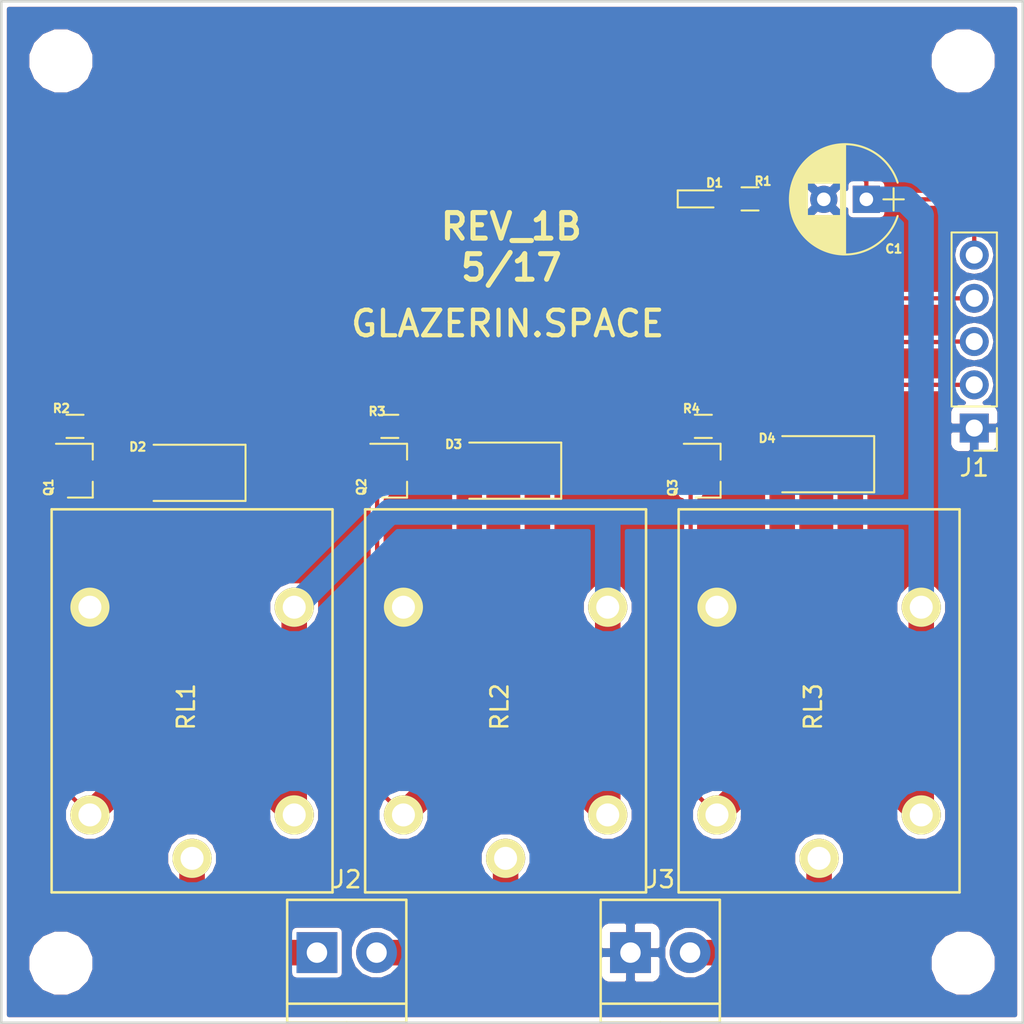
<source format=kicad_pcb>
(kicad_pcb (version 4) (host pcbnew 4.0.5)

  (general
    (links 39)
    (no_connects 4)
    (area 125.400999 62.916999 185.551001 123.067001)
    (thickness 1.6)
    (drawings 6)
    (tracks 76)
    (zones 0)
    (modules 22)
    (nets 13)
  )

  (page A4)
  (layers
    (0 F.Cu signal hide)
    (31 B.Cu signal)
    (32 B.Adhes user)
    (33 F.Adhes user)
    (34 B.Paste user)
    (35 F.Paste user)
    (36 B.SilkS user)
    (37 F.SilkS user)
    (38 B.Mask user)
    (39 F.Mask user)
    (40 Dwgs.User user)
    (41 Cmts.User user)
    (42 Eco1.User user)
    (43 Eco2.User user)
    (44 Edge.Cuts user)
    (45 Margin user)
    (46 B.CrtYd user)
    (47 F.CrtYd user)
    (48 B.Fab user)
    (49 F.Fab user)
  )

  (setup
    (last_trace_width 0.25)
    (trace_clearance 0.2)
    (zone_clearance 0.254)
    (zone_45_only no)
    (trace_min 0.2)
    (segment_width 0.2)
    (edge_width 0.15)
    (via_size 0.6)
    (via_drill 0.4)
    (via_min_size 0.4)
    (via_min_drill 0.3)
    (uvia_size 0.3)
    (uvia_drill 0.1)
    (uvias_allowed no)
    (uvia_min_size 0.2)
    (uvia_min_drill 0.1)
    (pcb_text_width 0.3)
    (pcb_text_size 1.5 1.5)
    (mod_edge_width 0.15)
    (mod_text_size 1 1)
    (mod_text_width 0.15)
    (pad_size 2.3 2.3)
    (pad_drill 1.35)
    (pad_to_mask_clearance 0.2)
    (aux_axis_origin 0 0)
    (visible_elements 7FFFFFFF)
    (pcbplotparams
      (layerselection 0x010ff_80000001)
      (usegerberextensions true)
      (excludeedgelayer true)
      (linewidth 0.100000)
      (plotframeref false)
      (viasonmask false)
      (mode 1)
      (useauxorigin false)
      (hpglpennumber 1)
      (hpglpenspeed 20)
      (hpglpendiameter 15)
      (hpglpenoverlay 2)
      (psnegative false)
      (psa4output false)
      (plotreference true)
      (plotvalue true)
      (plotinvisibletext false)
      (padsonsilk false)
      (subtractmaskfromsilk false)
      (outputformat 1)
      (mirror false)
      (drillshape 0)
      (scaleselection 1)
      (outputdirectory Gerbers/))
  )

  (net 0 "")
  (net 1 +12V)
  (net 2 GND)
  (net 3 "Net-(D1-Pad2)")
  (net 4 "Net-(D2-Pad2)")
  (net 5 "Net-(D3-Pad2)")
  (net 6 "Net-(D4-Pad2)")
  (net 7 /RELAY_4)
  (net 8 /RELAY_5)
  (net 9 /RELAY_6)
  (net 10 /COIL_2A)
  (net 11 /COIL_2B)
  (net 12 /BULB_2)

  (net_class Default "This is the default net class."
    (clearance 0.2)
    (trace_width 0.25)
    (via_dia 0.6)
    (via_drill 0.4)
    (uvia_dia 0.3)
    (uvia_drill 0.1)
    (add_net +12V)
    (add_net /BULB_2)
    (add_net /COIL_2A)
    (add_net /COIL_2B)
    (add_net /RELAY_4)
    (add_net /RELAY_5)
    (add_net /RELAY_6)
    (add_net GND)
    (add_net "Net-(D1-Pad2)")
    (add_net "Net-(D2-Pad2)")
    (add_net "Net-(D3-Pad2)")
    (add_net "Net-(D4-Pad2)")
  )

  (module Global_Parts:G5LE-14-DC12 (layer F.Cu) (tedit 58FABEB1) (tstamp 58FAB66C)
    (at 142.683 110.7835 90)
    (path /58F815D3)
    (fp_text reference RL1 (at 6.35 -6.35 90) (layer F.SilkS)
      (effects (font (size 1 1) (thickness 0.15)))
    )
    (fp_text value G5LE-1 (at 6.35 -15.24 90) (layer F.Fab)
      (effects (font (size 1 1) (thickness 0.15)))
    )
    (fp_line (start -4.55 -14.25) (end -4.55 2.25) (layer F.SilkS) (width 0.15))
    (fp_line (start -4.55 2.25) (end 17.95 2.25) (layer F.SilkS) (width 0.15))
    (fp_line (start 17.95 -14.25) (end 17.95 2.25) (layer F.SilkS) (width 0.15))
    (fp_line (start -4.55 -14.25) (end 17.95 -14.25) (layer F.SilkS) (width 0.15))
    (pad 4 thru_hole circle (at 12.2 -12 90) (size 2.3 2.3) (drill 1.35) (layers *.Cu *.Mask F.SilkS)
      (net 2 GND) (zone_connect 2))
    (pad 1 thru_hole circle (at -2.55 -6 90) (size 2.3 2.3) (drill 1.35) (layers *.Cu *.Mask F.SilkS)
      (net 10 /COIL_2A))
    (pad 5 thru_hole circle (at 0 -12 90) (size 2.3 2.3) (drill 1.35) (layers *.Cu *.Mask F.SilkS)
      (net 4 "Net-(D2-Pad2)"))
    (pad 2 thru_hole circle (at 0 0 90) (size 2.3 2.3) (drill 1.35) (layers *.Cu *.Mask F.SilkS)
      (net 1 +12V))
    (pad 3 thru_hole circle (at 12.2 0 90) (size 2.3 2.3) (drill 1.35) (layers *.Cu *.Mask F.SilkS)
      (net 1 +12V))
  )

  (module Global_Parts:G5LE-14-DC12 (layer F.Cu) (tedit 58FABEA7) (tstamp 58FAB67E)
    (at 179.513 110.7835 90)
    (path /58F81687)
    (fp_text reference RL3 (at 6.35 -6.35 90) (layer F.SilkS)
      (effects (font (size 1 1) (thickness 0.15)))
    )
    (fp_text value G5LE-1 (at 6.35 -15.24 90) (layer F.Fab)
      (effects (font (size 1 1) (thickness 0.15)))
    )
    (fp_line (start -4.55 -14.25) (end -4.55 2.25) (layer F.SilkS) (width 0.15))
    (fp_line (start -4.55 2.25) (end 17.95 2.25) (layer F.SilkS) (width 0.15))
    (fp_line (start 17.95 -14.25) (end 17.95 2.25) (layer F.SilkS) (width 0.15))
    (fp_line (start -4.55 -14.25) (end 17.95 -14.25) (layer F.SilkS) (width 0.15))
    (pad 4 thru_hole circle (at 12.2 -12 90) (size 2.3 2.3) (drill 1.35) (layers *.Cu *.Mask F.SilkS)
      (net 2 GND) (zone_connect 2))
    (pad 1 thru_hole circle (at -2.55 -6 90) (size 2.3 2.3) (drill 1.35) (layers *.Cu *.Mask F.SilkS)
      (net 12 /BULB_2))
    (pad 5 thru_hole circle (at 0 -12 90) (size 2.3 2.3) (drill 1.35) (layers *.Cu *.Mask F.SilkS)
      (net 6 "Net-(D4-Pad2)"))
    (pad 2 thru_hole circle (at 0 0 90) (size 2.3 2.3) (drill 1.35) (layers *.Cu *.Mask F.SilkS)
      (net 1 +12V))
    (pad 3 thru_hole circle (at 12.2 0 90) (size 2.3 2.3) (drill 1.35) (layers *.Cu *.Mask F.SilkS)
      (net 1 +12V))
  )

  (module Capacitors_THT:CP_Radial_D6.3mm_P2.50mm (layer F.Cu) (tedit 58FBBC36) (tstamp 58FAB609)
    (at 176.2887 74.6252 180)
    (descr "CP, Radial series, Radial, pin pitch=2.50mm, , diameter=6.3mm, Electrolytic Capacitor")
    (tags "CP Radial series Radial pin pitch 2.50mm  diameter 6.3mm Electrolytic Capacitor")
    (path /58FAB065)
    (fp_text reference C1 (at -1.6129 -2.9083 180) (layer F.SilkS)
      (effects (font (size 0.5 0.5) (thickness 0.125)))
    )
    (fp_text value 100uF (at 2.4765 1.4224 180) (layer F.Fab)
      (effects (font (size 0.5 0.5) (thickness 0.125)))
    )
    (fp_arc (start 1.25 0) (end -1.838236 -0.98) (angle 144.8) (layer F.SilkS) (width 0.12))
    (fp_arc (start 1.25 0) (end -1.838236 0.98) (angle -144.8) (layer F.SilkS) (width 0.12))
    (fp_arc (start 1.25 0) (end 4.338236 -0.98) (angle 35.2) (layer F.SilkS) (width 0.12))
    (fp_circle (center 1.25 0) (end 4.4 0) (layer F.Fab) (width 0.1))
    (fp_line (start -2.2 0) (end -1 0) (layer F.Fab) (width 0.1))
    (fp_line (start -1.6 -0.65) (end -1.6 0.65) (layer F.Fab) (width 0.1))
    (fp_line (start 1.25 -3.2) (end 1.25 3.2) (layer F.SilkS) (width 0.12))
    (fp_line (start 1.29 -3.2) (end 1.29 3.2) (layer F.SilkS) (width 0.12))
    (fp_line (start 1.33 -3.2) (end 1.33 3.2) (layer F.SilkS) (width 0.12))
    (fp_line (start 1.37 -3.198) (end 1.37 3.198) (layer F.SilkS) (width 0.12))
    (fp_line (start 1.41 -3.197) (end 1.41 3.197) (layer F.SilkS) (width 0.12))
    (fp_line (start 1.45 -3.194) (end 1.45 3.194) (layer F.SilkS) (width 0.12))
    (fp_line (start 1.49 -3.192) (end 1.49 3.192) (layer F.SilkS) (width 0.12))
    (fp_line (start 1.53 -3.188) (end 1.53 -0.98) (layer F.SilkS) (width 0.12))
    (fp_line (start 1.53 0.98) (end 1.53 3.188) (layer F.SilkS) (width 0.12))
    (fp_line (start 1.57 -3.185) (end 1.57 -0.98) (layer F.SilkS) (width 0.12))
    (fp_line (start 1.57 0.98) (end 1.57 3.185) (layer F.SilkS) (width 0.12))
    (fp_line (start 1.61 -3.18) (end 1.61 -0.98) (layer F.SilkS) (width 0.12))
    (fp_line (start 1.61 0.98) (end 1.61 3.18) (layer F.SilkS) (width 0.12))
    (fp_line (start 1.65 -3.176) (end 1.65 -0.98) (layer F.SilkS) (width 0.12))
    (fp_line (start 1.65 0.98) (end 1.65 3.176) (layer F.SilkS) (width 0.12))
    (fp_line (start 1.69 -3.17) (end 1.69 -0.98) (layer F.SilkS) (width 0.12))
    (fp_line (start 1.69 0.98) (end 1.69 3.17) (layer F.SilkS) (width 0.12))
    (fp_line (start 1.73 -3.165) (end 1.73 -0.98) (layer F.SilkS) (width 0.12))
    (fp_line (start 1.73 0.98) (end 1.73 3.165) (layer F.SilkS) (width 0.12))
    (fp_line (start 1.77 -3.158) (end 1.77 -0.98) (layer F.SilkS) (width 0.12))
    (fp_line (start 1.77 0.98) (end 1.77 3.158) (layer F.SilkS) (width 0.12))
    (fp_line (start 1.81 -3.152) (end 1.81 -0.98) (layer F.SilkS) (width 0.12))
    (fp_line (start 1.81 0.98) (end 1.81 3.152) (layer F.SilkS) (width 0.12))
    (fp_line (start 1.85 -3.144) (end 1.85 -0.98) (layer F.SilkS) (width 0.12))
    (fp_line (start 1.85 0.98) (end 1.85 3.144) (layer F.SilkS) (width 0.12))
    (fp_line (start 1.89 -3.137) (end 1.89 -0.98) (layer F.SilkS) (width 0.12))
    (fp_line (start 1.89 0.98) (end 1.89 3.137) (layer F.SilkS) (width 0.12))
    (fp_line (start 1.93 -3.128) (end 1.93 -0.98) (layer F.SilkS) (width 0.12))
    (fp_line (start 1.93 0.98) (end 1.93 3.128) (layer F.SilkS) (width 0.12))
    (fp_line (start 1.971 -3.119) (end 1.971 -0.98) (layer F.SilkS) (width 0.12))
    (fp_line (start 1.971 0.98) (end 1.971 3.119) (layer F.SilkS) (width 0.12))
    (fp_line (start 2.011 -3.11) (end 2.011 -0.98) (layer F.SilkS) (width 0.12))
    (fp_line (start 2.011 0.98) (end 2.011 3.11) (layer F.SilkS) (width 0.12))
    (fp_line (start 2.051 -3.1) (end 2.051 -0.98) (layer F.SilkS) (width 0.12))
    (fp_line (start 2.051 0.98) (end 2.051 3.1) (layer F.SilkS) (width 0.12))
    (fp_line (start 2.091 -3.09) (end 2.091 -0.98) (layer F.SilkS) (width 0.12))
    (fp_line (start 2.091 0.98) (end 2.091 3.09) (layer F.SilkS) (width 0.12))
    (fp_line (start 2.131 -3.079) (end 2.131 -0.98) (layer F.SilkS) (width 0.12))
    (fp_line (start 2.131 0.98) (end 2.131 3.079) (layer F.SilkS) (width 0.12))
    (fp_line (start 2.171 -3.067) (end 2.171 -0.98) (layer F.SilkS) (width 0.12))
    (fp_line (start 2.171 0.98) (end 2.171 3.067) (layer F.SilkS) (width 0.12))
    (fp_line (start 2.211 -3.055) (end 2.211 -0.98) (layer F.SilkS) (width 0.12))
    (fp_line (start 2.211 0.98) (end 2.211 3.055) (layer F.SilkS) (width 0.12))
    (fp_line (start 2.251 -3.042) (end 2.251 -0.98) (layer F.SilkS) (width 0.12))
    (fp_line (start 2.251 0.98) (end 2.251 3.042) (layer F.SilkS) (width 0.12))
    (fp_line (start 2.291 -3.029) (end 2.291 -0.98) (layer F.SilkS) (width 0.12))
    (fp_line (start 2.291 0.98) (end 2.291 3.029) (layer F.SilkS) (width 0.12))
    (fp_line (start 2.331 -3.015) (end 2.331 -0.98) (layer F.SilkS) (width 0.12))
    (fp_line (start 2.331 0.98) (end 2.331 3.015) (layer F.SilkS) (width 0.12))
    (fp_line (start 2.371 -3.001) (end 2.371 -0.98) (layer F.SilkS) (width 0.12))
    (fp_line (start 2.371 0.98) (end 2.371 3.001) (layer F.SilkS) (width 0.12))
    (fp_line (start 2.411 -2.986) (end 2.411 -0.98) (layer F.SilkS) (width 0.12))
    (fp_line (start 2.411 0.98) (end 2.411 2.986) (layer F.SilkS) (width 0.12))
    (fp_line (start 2.451 -2.97) (end 2.451 -0.98) (layer F.SilkS) (width 0.12))
    (fp_line (start 2.451 0.98) (end 2.451 2.97) (layer F.SilkS) (width 0.12))
    (fp_line (start 2.491 -2.954) (end 2.491 -0.98) (layer F.SilkS) (width 0.12))
    (fp_line (start 2.491 0.98) (end 2.491 2.954) (layer F.SilkS) (width 0.12))
    (fp_line (start 2.531 -2.937) (end 2.531 -0.98) (layer F.SilkS) (width 0.12))
    (fp_line (start 2.531 0.98) (end 2.531 2.937) (layer F.SilkS) (width 0.12))
    (fp_line (start 2.571 -2.919) (end 2.571 -0.98) (layer F.SilkS) (width 0.12))
    (fp_line (start 2.571 0.98) (end 2.571 2.919) (layer F.SilkS) (width 0.12))
    (fp_line (start 2.611 -2.901) (end 2.611 -0.98) (layer F.SilkS) (width 0.12))
    (fp_line (start 2.611 0.98) (end 2.611 2.901) (layer F.SilkS) (width 0.12))
    (fp_line (start 2.651 -2.882) (end 2.651 -0.98) (layer F.SilkS) (width 0.12))
    (fp_line (start 2.651 0.98) (end 2.651 2.882) (layer F.SilkS) (width 0.12))
    (fp_line (start 2.691 -2.863) (end 2.691 -0.98) (layer F.SilkS) (width 0.12))
    (fp_line (start 2.691 0.98) (end 2.691 2.863) (layer F.SilkS) (width 0.12))
    (fp_line (start 2.731 -2.843) (end 2.731 -0.98) (layer F.SilkS) (width 0.12))
    (fp_line (start 2.731 0.98) (end 2.731 2.843) (layer F.SilkS) (width 0.12))
    (fp_line (start 2.771 -2.822) (end 2.771 -0.98) (layer F.SilkS) (width 0.12))
    (fp_line (start 2.771 0.98) (end 2.771 2.822) (layer F.SilkS) (width 0.12))
    (fp_line (start 2.811 -2.8) (end 2.811 -0.98) (layer F.SilkS) (width 0.12))
    (fp_line (start 2.811 0.98) (end 2.811 2.8) (layer F.SilkS) (width 0.12))
    (fp_line (start 2.851 -2.778) (end 2.851 -0.98) (layer F.SilkS) (width 0.12))
    (fp_line (start 2.851 0.98) (end 2.851 2.778) (layer F.SilkS) (width 0.12))
    (fp_line (start 2.891 -2.755) (end 2.891 -0.98) (layer F.SilkS) (width 0.12))
    (fp_line (start 2.891 0.98) (end 2.891 2.755) (layer F.SilkS) (width 0.12))
    (fp_line (start 2.931 -2.731) (end 2.931 -0.98) (layer F.SilkS) (width 0.12))
    (fp_line (start 2.931 0.98) (end 2.931 2.731) (layer F.SilkS) (width 0.12))
    (fp_line (start 2.971 -2.706) (end 2.971 -0.98) (layer F.SilkS) (width 0.12))
    (fp_line (start 2.971 0.98) (end 2.971 2.706) (layer F.SilkS) (width 0.12))
    (fp_line (start 3.011 -2.681) (end 3.011 -0.98) (layer F.SilkS) (width 0.12))
    (fp_line (start 3.011 0.98) (end 3.011 2.681) (layer F.SilkS) (width 0.12))
    (fp_line (start 3.051 -2.654) (end 3.051 -0.98) (layer F.SilkS) (width 0.12))
    (fp_line (start 3.051 0.98) (end 3.051 2.654) (layer F.SilkS) (width 0.12))
    (fp_line (start 3.091 -2.627) (end 3.091 -0.98) (layer F.SilkS) (width 0.12))
    (fp_line (start 3.091 0.98) (end 3.091 2.627) (layer F.SilkS) (width 0.12))
    (fp_line (start 3.131 -2.599) (end 3.131 -0.98) (layer F.SilkS) (width 0.12))
    (fp_line (start 3.131 0.98) (end 3.131 2.599) (layer F.SilkS) (width 0.12))
    (fp_line (start 3.171 -2.57) (end 3.171 -0.98) (layer F.SilkS) (width 0.12))
    (fp_line (start 3.171 0.98) (end 3.171 2.57) (layer F.SilkS) (width 0.12))
    (fp_line (start 3.211 -2.54) (end 3.211 -0.98) (layer F.SilkS) (width 0.12))
    (fp_line (start 3.211 0.98) (end 3.211 2.54) (layer F.SilkS) (width 0.12))
    (fp_line (start 3.251 -2.51) (end 3.251 -0.98) (layer F.SilkS) (width 0.12))
    (fp_line (start 3.251 0.98) (end 3.251 2.51) (layer F.SilkS) (width 0.12))
    (fp_line (start 3.291 -2.478) (end 3.291 -0.98) (layer F.SilkS) (width 0.12))
    (fp_line (start 3.291 0.98) (end 3.291 2.478) (layer F.SilkS) (width 0.12))
    (fp_line (start 3.331 -2.445) (end 3.331 -0.98) (layer F.SilkS) (width 0.12))
    (fp_line (start 3.331 0.98) (end 3.331 2.445) (layer F.SilkS) (width 0.12))
    (fp_line (start 3.371 -2.411) (end 3.371 -0.98) (layer F.SilkS) (width 0.12))
    (fp_line (start 3.371 0.98) (end 3.371 2.411) (layer F.SilkS) (width 0.12))
    (fp_line (start 3.411 -2.375) (end 3.411 -0.98) (layer F.SilkS) (width 0.12))
    (fp_line (start 3.411 0.98) (end 3.411 2.375) (layer F.SilkS) (width 0.12))
    (fp_line (start 3.451 -2.339) (end 3.451 -0.98) (layer F.SilkS) (width 0.12))
    (fp_line (start 3.451 0.98) (end 3.451 2.339) (layer F.SilkS) (width 0.12))
    (fp_line (start 3.491 -2.301) (end 3.491 2.301) (layer F.SilkS) (width 0.12))
    (fp_line (start 3.531 -2.262) (end 3.531 2.262) (layer F.SilkS) (width 0.12))
    (fp_line (start 3.571 -2.222) (end 3.571 2.222) (layer F.SilkS) (width 0.12))
    (fp_line (start 3.611 -2.18) (end 3.611 2.18) (layer F.SilkS) (width 0.12))
    (fp_line (start 3.651 -2.137) (end 3.651 2.137) (layer F.SilkS) (width 0.12))
    (fp_line (start 3.691 -2.092) (end 3.691 2.092) (layer F.SilkS) (width 0.12))
    (fp_line (start 3.731 -2.045) (end 3.731 2.045) (layer F.SilkS) (width 0.12))
    (fp_line (start 3.771 -1.997) (end 3.771 1.997) (layer F.SilkS) (width 0.12))
    (fp_line (start 3.811 -1.946) (end 3.811 1.946) (layer F.SilkS) (width 0.12))
    (fp_line (start 3.851 -1.894) (end 3.851 1.894) (layer F.SilkS) (width 0.12))
    (fp_line (start 3.891 -1.839) (end 3.891 1.839) (layer F.SilkS) (width 0.12))
    (fp_line (start 3.931 -1.781) (end 3.931 1.781) (layer F.SilkS) (width 0.12))
    (fp_line (start 3.971 -1.721) (end 3.971 1.721) (layer F.SilkS) (width 0.12))
    (fp_line (start 4.011 -1.658) (end 4.011 1.658) (layer F.SilkS) (width 0.12))
    (fp_line (start 4.051 -1.591) (end 4.051 1.591) (layer F.SilkS) (width 0.12))
    (fp_line (start 4.091 -1.52) (end 4.091 1.52) (layer F.SilkS) (width 0.12))
    (fp_line (start 4.131 -1.445) (end 4.131 1.445) (layer F.SilkS) (width 0.12))
    (fp_line (start 4.171 -1.364) (end 4.171 1.364) (layer F.SilkS) (width 0.12))
    (fp_line (start 4.211 -1.278) (end 4.211 1.278) (layer F.SilkS) (width 0.12))
    (fp_line (start 4.251 -1.184) (end 4.251 1.184) (layer F.SilkS) (width 0.12))
    (fp_line (start 4.291 -1.081) (end 4.291 1.081) (layer F.SilkS) (width 0.12))
    (fp_line (start 4.331 -0.966) (end 4.331 0.966) (layer F.SilkS) (width 0.12))
    (fp_line (start 4.371 -0.834) (end 4.371 0.834) (layer F.SilkS) (width 0.12))
    (fp_line (start 4.411 -0.676) (end 4.411 0.676) (layer F.SilkS) (width 0.12))
    (fp_line (start 4.451 -0.468) (end 4.451 0.468) (layer F.SilkS) (width 0.12))
    (fp_line (start -2.2 0) (end -1 0) (layer F.SilkS) (width 0.12))
    (fp_line (start -1.6 -0.65) (end -1.6 0.65) (layer F.SilkS) (width 0.12))
    (fp_line (start -2.25 -3.5) (end -2.25 3.5) (layer F.CrtYd) (width 0.05))
    (fp_line (start -2.25 3.5) (end 4.75 3.5) (layer F.CrtYd) (width 0.05))
    (fp_line (start 4.75 3.5) (end 4.75 -3.5) (layer F.CrtYd) (width 0.05))
    (fp_line (start 4.75 -3.5) (end -2.25 -3.5) (layer F.CrtYd) (width 0.05))
    (pad 1 thru_hole rect (at 0 0 180) (size 1.6 1.6) (drill 0.8) (layers *.Cu *.Mask)
      (net 1 +12V))
    (pad 2 thru_hole circle (at 2.5 0 180) (size 1.6 1.6) (drill 0.8) (layers *.Cu *.Mask)
      (net 2 GND))
    (model Capacitors_THT.3dshapes/CP_Radial_D6.3mm_P2.50mm.wrl
      (at (xyz 0 0 0))
      (scale (xyz 0.393701 0.393701 0.393701))
      (rotate (xyz 0 0 0))
    )
  )

  (module LEDs:LED_0603 (layer F.Cu) (tedit 58FBBC0B) (tstamp 58FAB60F)
    (at 166.5097 74.5998)
    (descr "LED 0603 smd package")
    (tags "LED led 0603 SMD smd SMT smt smdled SMDLED smtled SMTLED")
    (path /58F89254)
    (attr smd)
    (fp_text reference D1 (at 0.8636 -0.9398) (layer F.SilkS)
      (effects (font (size 0.5 0.5) (thickness 0.125)))
    )
    (fp_text value LED (at -0.8128 -1.0414) (layer F.Fab)
      (effects (font (size 0.5 0.5) (thickness 0.125)))
    )
    (fp_line (start -1.3 -0.5) (end -1.3 0.5) (layer F.SilkS) (width 0.12))
    (fp_line (start -0.2 -0.2) (end -0.2 0.2) (layer F.Fab) (width 0.1))
    (fp_line (start -0.15 0) (end 0.15 -0.2) (layer F.Fab) (width 0.1))
    (fp_line (start 0.15 0.2) (end -0.15 0) (layer F.Fab) (width 0.1))
    (fp_line (start 0.15 -0.2) (end 0.15 0.2) (layer F.Fab) (width 0.1))
    (fp_line (start 0.8 0.4) (end -0.8 0.4) (layer F.Fab) (width 0.1))
    (fp_line (start 0.8 -0.4) (end 0.8 0.4) (layer F.Fab) (width 0.1))
    (fp_line (start -0.8 -0.4) (end 0.8 -0.4) (layer F.Fab) (width 0.1))
    (fp_line (start -0.8 0.4) (end -0.8 -0.4) (layer F.Fab) (width 0.1))
    (fp_line (start -1.3 0.5) (end 0.8 0.5) (layer F.SilkS) (width 0.12))
    (fp_line (start -1.3 -0.5) (end 0.8 -0.5) (layer F.SilkS) (width 0.12))
    (fp_line (start 1.45 -0.65) (end 1.45 0.65) (layer F.CrtYd) (width 0.05))
    (fp_line (start 1.45 0.65) (end -1.45 0.65) (layer F.CrtYd) (width 0.05))
    (fp_line (start -1.45 0.65) (end -1.45 -0.65) (layer F.CrtYd) (width 0.05))
    (fp_line (start -1.45 -0.65) (end 1.45 -0.65) (layer F.CrtYd) (width 0.05))
    (pad 2 smd rect (at 0.8 0 180) (size 0.8 0.8) (layers F.Cu F.Paste F.Mask)
      (net 3 "Net-(D1-Pad2)"))
    (pad 1 smd rect (at -0.8 0 180) (size 0.8 0.8) (layers F.Cu F.Paste F.Mask)
      (net 2 GND))
    (model LEDs.3dshapes/LED_0603.wrl
      (at (xyz 0 0 0))
      (scale (xyz 1 1 1))
      (rotate (xyz 0 0 180))
    )
  )

  (module Diodes_SMD:D_SMA_Standard (layer F.Cu) (tedit 58FBBC71) (tstamp 58FAB615)
    (at 136.4234 90.6907 180)
    (descr "Diode SMA")
    (tags "Diode SMA")
    (path /58F8447D)
    (attr smd)
    (fp_text reference D2 (at 2.9337 1.524 180) (layer F.SilkS)
      (effects (font (size 0.5 0.5) (thickness 0.125)))
    )
    (fp_text value FM5819-W (at 0.0508 2.286 180) (layer F.Fab)
      (effects (font (size 0.5 0.5) (thickness 0.125)))
    )
    (fp_line (start -3.4 -1.65) (end -3.4 1.65) (layer F.SilkS) (width 0.12))
    (fp_line (start 2.3 1.5) (end -2.3 1.5) (layer F.Fab) (width 0.1))
    (fp_line (start -2.3 1.5) (end -2.3 -1.5) (layer F.Fab) (width 0.1))
    (fp_line (start 2.3 -1.5) (end 2.3 1.5) (layer F.Fab) (width 0.1))
    (fp_line (start 2.3 -1.5) (end -2.3 -1.5) (layer F.Fab) (width 0.1))
    (fp_line (start -3.5 -1.75) (end 3.5 -1.75) (layer F.CrtYd) (width 0.05))
    (fp_line (start 3.5 -1.75) (end 3.5 1.75) (layer F.CrtYd) (width 0.05))
    (fp_line (start 3.5 1.75) (end -3.5 1.75) (layer F.CrtYd) (width 0.05))
    (fp_line (start -3.5 1.75) (end -3.5 -1.75) (layer F.CrtYd) (width 0.05))
    (fp_line (start -0.64944 0.00102) (end -1.55114 0.00102) (layer F.Fab) (width 0.1))
    (fp_line (start 0.50118 0.00102) (end 1.4994 0.00102) (layer F.Fab) (width 0.1))
    (fp_line (start -0.64944 -0.79908) (end -0.64944 0.80112) (layer F.Fab) (width 0.1))
    (fp_line (start 0.50118 0.75032) (end 0.50118 -0.79908) (layer F.Fab) (width 0.1))
    (fp_line (start -0.64944 0.00102) (end 0.50118 0.75032) (layer F.Fab) (width 0.1))
    (fp_line (start -0.64944 0.00102) (end 0.50118 -0.79908) (layer F.Fab) (width 0.1))
    (fp_line (start -3.4 1.65) (end 2 1.65) (layer F.SilkS) (width 0.12))
    (fp_line (start -3.4 -1.65) (end 2 -1.65) (layer F.SilkS) (width 0.12))
    (pad 1 smd rect (at -2 0 180) (size 2.5 1.8) (layers F.Cu F.Paste F.Mask)
      (net 1 +12V))
    (pad 2 smd rect (at 2 0 180) (size 2.5 1.8) (layers F.Cu F.Paste F.Mask)
      (net 4 "Net-(D2-Pad2)"))
    (model Diodes_SMD.3dshapes/D_SMA_Standard.wrl
      (at (xyz 0 0 0))
      (scale (xyz 0.4 0.4 0.4))
      (rotate (xyz 0 0 180))
    )
  )

  (module Diodes_SMD:D_SMA_Standard (layer F.Cu) (tedit 58FBBC6C) (tstamp 58FAB61B)
    (at 154.9654 90.5637 180)
    (descr "Diode SMA")
    (tags "Diode SMA")
    (path /58F864A2)
    (attr smd)
    (fp_text reference D3 (at 2.921 1.5494 180) (layer F.SilkS)
      (effects (font (size 0.5 0.5) (thickness 0.125)))
    )
    (fp_text value FM5819-W (at 0.0127 2.2733 180) (layer F.Fab)
      (effects (font (size 0.5 0.5) (thickness 0.125)))
    )
    (fp_line (start -3.4 -1.65) (end -3.4 1.65) (layer F.SilkS) (width 0.12))
    (fp_line (start 2.3 1.5) (end -2.3 1.5) (layer F.Fab) (width 0.1))
    (fp_line (start -2.3 1.5) (end -2.3 -1.5) (layer F.Fab) (width 0.1))
    (fp_line (start 2.3 -1.5) (end 2.3 1.5) (layer F.Fab) (width 0.1))
    (fp_line (start 2.3 -1.5) (end -2.3 -1.5) (layer F.Fab) (width 0.1))
    (fp_line (start -3.5 -1.75) (end 3.5 -1.75) (layer F.CrtYd) (width 0.05))
    (fp_line (start 3.5 -1.75) (end 3.5 1.75) (layer F.CrtYd) (width 0.05))
    (fp_line (start 3.5 1.75) (end -3.5 1.75) (layer F.CrtYd) (width 0.05))
    (fp_line (start -3.5 1.75) (end -3.5 -1.75) (layer F.CrtYd) (width 0.05))
    (fp_line (start -0.64944 0.00102) (end -1.55114 0.00102) (layer F.Fab) (width 0.1))
    (fp_line (start 0.50118 0.00102) (end 1.4994 0.00102) (layer F.Fab) (width 0.1))
    (fp_line (start -0.64944 -0.79908) (end -0.64944 0.80112) (layer F.Fab) (width 0.1))
    (fp_line (start 0.50118 0.75032) (end 0.50118 -0.79908) (layer F.Fab) (width 0.1))
    (fp_line (start -0.64944 0.00102) (end 0.50118 0.75032) (layer F.Fab) (width 0.1))
    (fp_line (start -0.64944 0.00102) (end 0.50118 -0.79908) (layer F.Fab) (width 0.1))
    (fp_line (start -3.4 1.65) (end 2 1.65) (layer F.SilkS) (width 0.12))
    (fp_line (start -3.4 -1.65) (end 2 -1.65) (layer F.SilkS) (width 0.12))
    (pad 1 smd rect (at -2 0 180) (size 2.5 1.8) (layers F.Cu F.Paste F.Mask)
      (net 1 +12V))
    (pad 2 smd rect (at 2 0 180) (size 2.5 1.8) (layers F.Cu F.Paste F.Mask)
      (net 5 "Net-(D3-Pad2)"))
    (model Diodes_SMD.3dshapes/D_SMA_Standard.wrl
      (at (xyz 0 0 0))
      (scale (xyz 0.4 0.4 0.4))
      (rotate (xyz 0 0 180))
    )
  )

  (module Diodes_SMD:D_SMA_Standard (layer F.Cu) (tedit 58FBBC51) (tstamp 58FAB621)
    (at 173.3484 90.1827 180)
    (descr "Diode SMA")
    (tags "Diode SMA")
    (path /58F87683)
    (attr smd)
    (fp_text reference D4 (at 2.889 1.524 180) (layer F.SilkS)
      (effects (font (size 0.5 0.5) (thickness 0.125)))
    )
    (fp_text value FM5819-W (at 0 2.2479 180) (layer F.Fab)
      (effects (font (size 0.5 0.5) (thickness 0.125)))
    )
    (fp_line (start -3.4 -1.65) (end -3.4 1.65) (layer F.SilkS) (width 0.12))
    (fp_line (start 2.3 1.5) (end -2.3 1.5) (layer F.Fab) (width 0.1))
    (fp_line (start -2.3 1.5) (end -2.3 -1.5) (layer F.Fab) (width 0.1))
    (fp_line (start 2.3 -1.5) (end 2.3 1.5) (layer F.Fab) (width 0.1))
    (fp_line (start 2.3 -1.5) (end -2.3 -1.5) (layer F.Fab) (width 0.1))
    (fp_line (start -3.5 -1.75) (end 3.5 -1.75) (layer F.CrtYd) (width 0.05))
    (fp_line (start 3.5 -1.75) (end 3.5 1.75) (layer F.CrtYd) (width 0.05))
    (fp_line (start 3.5 1.75) (end -3.5 1.75) (layer F.CrtYd) (width 0.05))
    (fp_line (start -3.5 1.75) (end -3.5 -1.75) (layer F.CrtYd) (width 0.05))
    (fp_line (start -0.64944 0.00102) (end -1.55114 0.00102) (layer F.Fab) (width 0.1))
    (fp_line (start 0.50118 0.00102) (end 1.4994 0.00102) (layer F.Fab) (width 0.1))
    (fp_line (start -0.64944 -0.79908) (end -0.64944 0.80112) (layer F.Fab) (width 0.1))
    (fp_line (start 0.50118 0.75032) (end 0.50118 -0.79908) (layer F.Fab) (width 0.1))
    (fp_line (start -0.64944 0.00102) (end 0.50118 0.75032) (layer F.Fab) (width 0.1))
    (fp_line (start -0.64944 0.00102) (end 0.50118 -0.79908) (layer F.Fab) (width 0.1))
    (fp_line (start -3.4 1.65) (end 2 1.65) (layer F.SilkS) (width 0.12))
    (fp_line (start -3.4 -1.65) (end 2 -1.65) (layer F.SilkS) (width 0.12))
    (pad 1 smd rect (at -2 0 180) (size 2.5 1.8) (layers F.Cu F.Paste F.Mask)
      (net 1 +12V))
    (pad 2 smd rect (at 2 0 180) (size 2.5 1.8) (layers F.Cu F.Paste F.Mask)
      (net 6 "Net-(D4-Pad2)"))
    (model Diodes_SMD.3dshapes/D_SMA_Standard.wrl
      (at (xyz 0 0 0))
      (scale (xyz 0.4 0.4 0.4))
      (rotate (xyz 0 0 180))
    )
  )

  (module Pin_Headers:Pin_Header_Straight_1x05_Pitch2.54mm (layer F.Cu) (tedit 58FBBC57) (tstamp 58FAB62A)
    (at 182.626 88.0605 180)
    (descr "Through hole straight pin header, 1x05, 2.54mm pitch, single row")
    (tags "Through hole pin header THT 1x05 2.54mm single row")
    (path /58F81715)
    (fp_text reference J1 (at 0 -2.33 180) (layer F.SilkS)
      (effects (font (size 1 1) (thickness 0.15)))
    )
    (fp_text value CONN_01X05 (at 0 12.49 180) (layer F.Fab)
      (effects (font (size 0.5 0.5) (thickness 0.125)))
    )
    (fp_line (start -1.27 -1.27) (end -1.27 11.43) (layer F.Fab) (width 0.1))
    (fp_line (start -1.27 11.43) (end 1.27 11.43) (layer F.Fab) (width 0.1))
    (fp_line (start 1.27 11.43) (end 1.27 -1.27) (layer F.Fab) (width 0.1))
    (fp_line (start 1.27 -1.27) (end -1.27 -1.27) (layer F.Fab) (width 0.1))
    (fp_line (start -1.33 1.27) (end -1.33 11.49) (layer F.SilkS) (width 0.12))
    (fp_line (start -1.33 11.49) (end 1.33 11.49) (layer F.SilkS) (width 0.12))
    (fp_line (start 1.33 11.49) (end 1.33 1.27) (layer F.SilkS) (width 0.12))
    (fp_line (start 1.33 1.27) (end -1.33 1.27) (layer F.SilkS) (width 0.12))
    (fp_line (start -1.33 0) (end -1.33 -1.33) (layer F.SilkS) (width 0.12))
    (fp_line (start -1.33 -1.33) (end 0 -1.33) (layer F.SilkS) (width 0.12))
    (fp_line (start -1.8 -1.8) (end -1.8 11.95) (layer F.CrtYd) (width 0.05))
    (fp_line (start -1.8 11.95) (end 1.8 11.95) (layer F.CrtYd) (width 0.05))
    (fp_line (start 1.8 11.95) (end 1.8 -1.8) (layer F.CrtYd) (width 0.05))
    (fp_line (start 1.8 -1.8) (end -1.8 -1.8) (layer F.CrtYd) (width 0.05))
    (fp_text user %R (at 0 -2.33 180) (layer F.Fab)
      (effects (font (size 1 1) (thickness 0.15)))
    )
    (pad 1 thru_hole rect (at 0 0 180) (size 1.7 1.7) (drill 1) (layers *.Cu *.Mask)
      (net 2 GND))
    (pad 2 thru_hole oval (at 0 2.54 180) (size 1.7 1.7) (drill 1) (layers *.Cu *.Mask)
      (net 9 /RELAY_6))
    (pad 3 thru_hole oval (at 0 5.08 180) (size 1.7 1.7) (drill 1) (layers *.Cu *.Mask)
      (net 8 /RELAY_5))
    (pad 4 thru_hole oval (at 0 7.62 180) (size 1.7 1.7) (drill 1) (layers *.Cu *.Mask)
      (net 7 /RELAY_4))
    (pad 5 thru_hole oval (at 0 10.16 180) (size 1.7 1.7) (drill 1) (layers *.Cu *.Mask)
      (net 1 +12V))
    (model ${KISYS3DMOD}/Pin_Headers.3dshapes/Pin_Header_Straight_1x05_Pitch2.54mm.wrl
      (at (xyz 0 -0.2 0))
      (scale (xyz 1 1 1))
      (rotate (xyz 0 0 90))
    )
  )

  (module Connectors_Terminal_Blocks:TerminalBlock_Pheonix_PT-3.5mm_2pol (layer F.Cu) (tedit 0) (tstamp 58FAB630)
    (at 144.018 118.872)
    (descr "2-way 3.5mm pitch terminal block, Phoenix PT series")
    (path /58F822CE)
    (fp_text reference J2 (at 1.75 -4.3) (layer F.SilkS)
      (effects (font (size 1 1) (thickness 0.15)))
    )
    (fp_text value CONN_01X02 (at 1.75 6) (layer F.Fab)
      (effects (font (size 1 1) (thickness 0.15)))
    )
    (fp_line (start -1.9 -3.3) (end 5.4 -3.3) (layer F.CrtYd) (width 0.05))
    (fp_line (start -1.9 4.7) (end -1.9 -3.3) (layer F.CrtYd) (width 0.05))
    (fp_line (start 5.4 4.7) (end -1.9 4.7) (layer F.CrtYd) (width 0.05))
    (fp_line (start 5.4 -3.3) (end 5.4 4.7) (layer F.CrtYd) (width 0.05))
    (fp_line (start 1.75 4.1) (end 1.75 4.5) (layer F.SilkS) (width 0.15))
    (fp_line (start -1.75 3) (end 5.25 3) (layer F.SilkS) (width 0.15))
    (fp_line (start -1.75 4.1) (end 5.25 4.1) (layer F.SilkS) (width 0.15))
    (fp_line (start -1.75 -3.1) (end -1.75 4.5) (layer F.SilkS) (width 0.15))
    (fp_line (start 5.25 4.5) (end 5.25 -3.1) (layer F.SilkS) (width 0.15))
    (fp_line (start 5.25 -3.1) (end -1.75 -3.1) (layer F.SilkS) (width 0.15))
    (pad 2 thru_hole circle (at 3.5 0) (size 2.4 2.4) (drill 1.2) (layers *.Cu *.Mask)
      (net 11 /COIL_2B))
    (pad 1 thru_hole rect (at 0 0) (size 2.4 2.4) (drill 1.2) (layers *.Cu *.Mask)
      (net 10 /COIL_2A))
    (model Terminal_Blocks.3dshapes/TerminalBlock_Pheonix_PT-3.5mm_2pol.wrl
      (at (xyz 0 0 0))
      (scale (xyz 1 1 1))
      (rotate (xyz 0 0 0))
    )
  )

  (module Connectors_Terminal_Blocks:TerminalBlock_Pheonix_PT-3.5mm_2pol (layer F.Cu) (tedit 0) (tstamp 58FAB636)
    (at 162.433 118.872)
    (descr "2-way 3.5mm pitch terminal block, Phoenix PT series")
    (path /58F8225C)
    (fp_text reference J3 (at 1.75 -4.3) (layer F.SilkS)
      (effects (font (size 1 1) (thickness 0.15)))
    )
    (fp_text value CONN_01X02 (at 1.75 6) (layer F.Fab)
      (effects (font (size 1 1) (thickness 0.15)))
    )
    (fp_line (start -1.9 -3.3) (end 5.4 -3.3) (layer F.CrtYd) (width 0.05))
    (fp_line (start -1.9 4.7) (end -1.9 -3.3) (layer F.CrtYd) (width 0.05))
    (fp_line (start 5.4 4.7) (end -1.9 4.7) (layer F.CrtYd) (width 0.05))
    (fp_line (start 5.4 -3.3) (end 5.4 4.7) (layer F.CrtYd) (width 0.05))
    (fp_line (start 1.75 4.1) (end 1.75 4.5) (layer F.SilkS) (width 0.15))
    (fp_line (start -1.75 3) (end 5.25 3) (layer F.SilkS) (width 0.15))
    (fp_line (start -1.75 4.1) (end 5.25 4.1) (layer F.SilkS) (width 0.15))
    (fp_line (start -1.75 -3.1) (end -1.75 4.5) (layer F.SilkS) (width 0.15))
    (fp_line (start 5.25 4.5) (end 5.25 -3.1) (layer F.SilkS) (width 0.15))
    (fp_line (start 5.25 -3.1) (end -1.75 -3.1) (layer F.SilkS) (width 0.15))
    (pad 2 thru_hole circle (at 3.5 0) (size 2.4 2.4) (drill 1.2) (layers *.Cu *.Mask)
      (net 12 /BULB_2))
    (pad 1 thru_hole rect (at 0 0) (size 2.4 2.4) (drill 1.2) (layers *.Cu *.Mask)
      (net 2 GND))
    (model Terminal_Blocks.3dshapes/TerminalBlock_Pheonix_PT-3.5mm_2pol.wrl
      (at (xyz 0 0 0))
      (scale (xyz 1 1 1))
      (rotate (xyz 0 0 0))
    )
  )

  (module TO_SOT_Packages_SMD:SOT-23 (layer F.Cu) (tedit 58FBBC83) (tstamp 58FAB63D)
    (at 130.0894 90.5637)
    (descr "SOT-23, Standard")
    (tags SOT-23)
    (path /58F81804)
    (attr smd)
    (fp_text reference Q1 (at -1.8321 0.9779 90) (layer F.SilkS)
      (effects (font (size 0.5 0.5) (thickness 0.125)))
    )
    (fp_text value 2N7002P,215 (at 0 2.5) (layer F.Fab)
      (effects (font (size 0.5 0.5) (thickness 0.125)))
    )
    (fp_text user %R (at 0 0) (layer F.Fab)
      (effects (font (size 0.5 0.5) (thickness 0.075)))
    )
    (fp_line (start -0.7 -0.95) (end -0.7 1.5) (layer F.Fab) (width 0.1))
    (fp_line (start -0.15 -1.52) (end 0.7 -1.52) (layer F.Fab) (width 0.1))
    (fp_line (start -0.7 -0.95) (end -0.15 -1.52) (layer F.Fab) (width 0.1))
    (fp_line (start 0.7 -1.52) (end 0.7 1.52) (layer F.Fab) (width 0.1))
    (fp_line (start -0.7 1.52) (end 0.7 1.52) (layer F.Fab) (width 0.1))
    (fp_line (start 0.76 1.58) (end 0.76 0.65) (layer F.SilkS) (width 0.12))
    (fp_line (start 0.76 -1.58) (end 0.76 -0.65) (layer F.SilkS) (width 0.12))
    (fp_line (start -1.7 -1.75) (end 1.7 -1.75) (layer F.CrtYd) (width 0.05))
    (fp_line (start 1.7 -1.75) (end 1.7 1.75) (layer F.CrtYd) (width 0.05))
    (fp_line (start 1.7 1.75) (end -1.7 1.75) (layer F.CrtYd) (width 0.05))
    (fp_line (start -1.7 1.75) (end -1.7 -1.75) (layer F.CrtYd) (width 0.05))
    (fp_line (start 0.76 -1.58) (end -1.4 -1.58) (layer F.SilkS) (width 0.12))
    (fp_line (start 0.76 1.58) (end -0.7 1.58) (layer F.SilkS) (width 0.12))
    (pad 1 smd rect (at -1 -0.95) (size 0.9 0.8) (layers F.Cu F.Paste F.Mask)
      (net 7 /RELAY_4))
    (pad 2 smd rect (at -1 0.95) (size 0.9 0.8) (layers F.Cu F.Paste F.Mask)
      (net 4 "Net-(D2-Pad2)"))
    (pad 3 smd rect (at 1 0) (size 0.9 0.8) (layers F.Cu F.Paste F.Mask)
      (net 2 GND))
    (model ${KISYS3DMOD}/TO_SOT_Packages_SMD.3dshapes/SOT-23.wrl
      (at (xyz 0 0 0))
      (scale (xyz 1 1 1))
      (rotate (xyz 0 0 90))
    )
  )

  (module TO_SOT_Packages_SMD:SOT-23 (layer F.Cu) (tedit 58FBBC9E) (tstamp 58FAB644)
    (at 148.5519 90.5637)
    (descr "SOT-23, Standard")
    (tags SOT-23)
    (path /58F8179E)
    (attr smd)
    (fp_text reference Q2 (at -1.9177 0.9525 90) (layer F.SilkS)
      (effects (font (size 0.5 0.5) (thickness 0.125)))
    )
    (fp_text value 2N7002P,215 (at 0 2.5) (layer F.Fab)
      (effects (font (size 0.5 0.5) (thickness 0.125)))
    )
    (fp_text user %R (at 0 0) (layer F.Fab)
      (effects (font (size 0.5 0.5) (thickness 0.075)))
    )
    (fp_line (start -0.7 -0.95) (end -0.7 1.5) (layer F.Fab) (width 0.1))
    (fp_line (start -0.15 -1.52) (end 0.7 -1.52) (layer F.Fab) (width 0.1))
    (fp_line (start -0.7 -0.95) (end -0.15 -1.52) (layer F.Fab) (width 0.1))
    (fp_line (start 0.7 -1.52) (end 0.7 1.52) (layer F.Fab) (width 0.1))
    (fp_line (start -0.7 1.52) (end 0.7 1.52) (layer F.Fab) (width 0.1))
    (fp_line (start 0.76 1.58) (end 0.76 0.65) (layer F.SilkS) (width 0.12))
    (fp_line (start 0.76 -1.58) (end 0.76 -0.65) (layer F.SilkS) (width 0.12))
    (fp_line (start -1.7 -1.75) (end 1.7 -1.75) (layer F.CrtYd) (width 0.05))
    (fp_line (start 1.7 -1.75) (end 1.7 1.75) (layer F.CrtYd) (width 0.05))
    (fp_line (start 1.7 1.75) (end -1.7 1.75) (layer F.CrtYd) (width 0.05))
    (fp_line (start -1.7 1.75) (end -1.7 -1.75) (layer F.CrtYd) (width 0.05))
    (fp_line (start 0.76 -1.58) (end -1.4 -1.58) (layer F.SilkS) (width 0.12))
    (fp_line (start 0.76 1.58) (end -0.7 1.58) (layer F.SilkS) (width 0.12))
    (pad 1 smd rect (at -1 -0.95) (size 0.9 0.8) (layers F.Cu F.Paste F.Mask)
      (net 8 /RELAY_5))
    (pad 2 smd rect (at -1 0.95) (size 0.9 0.8) (layers F.Cu F.Paste F.Mask)
      (net 5 "Net-(D3-Pad2)"))
    (pad 3 smd rect (at 1 0) (size 0.9 0.8) (layers F.Cu F.Paste F.Mask)
      (net 2 GND))
    (model ${KISYS3DMOD}/TO_SOT_Packages_SMD.3dshapes/SOT-23.wrl
      (at (xyz 0 0 0))
      (scale (xyz 1 1 1))
      (rotate (xyz 0 0 90))
    )
  )

  (module TO_SOT_Packages_SMD:SOT-23 (layer F.Cu) (tedit 58FBBC4F) (tstamp 58FAB64B)
    (at 166.9669 90.5637)
    (descr "SOT-23, Standard")
    (tags SOT-23)
    (path /58F817CE)
    (attr smd)
    (fp_text reference Q3 (at -2.0574 1.0033 90) (layer F.SilkS)
      (effects (font (size 0.5 0.5) (thickness 0.125)))
    )
    (fp_text value 2N7002P,215 (at 0 2.5) (layer F.Fab)
      (effects (font (size 0.5 0.5) (thickness 0.125)))
    )
    (fp_text user %R (at 0 0) (layer F.Fab)
      (effects (font (size 0.5 0.5) (thickness 0.075)))
    )
    (fp_line (start -0.7 -0.95) (end -0.7 1.5) (layer F.Fab) (width 0.1))
    (fp_line (start -0.15 -1.52) (end 0.7 -1.52) (layer F.Fab) (width 0.1))
    (fp_line (start -0.7 -0.95) (end -0.15 -1.52) (layer F.Fab) (width 0.1))
    (fp_line (start 0.7 -1.52) (end 0.7 1.52) (layer F.Fab) (width 0.1))
    (fp_line (start -0.7 1.52) (end 0.7 1.52) (layer F.Fab) (width 0.1))
    (fp_line (start 0.76 1.58) (end 0.76 0.65) (layer F.SilkS) (width 0.12))
    (fp_line (start 0.76 -1.58) (end 0.76 -0.65) (layer F.SilkS) (width 0.12))
    (fp_line (start -1.7 -1.75) (end 1.7 -1.75) (layer F.CrtYd) (width 0.05))
    (fp_line (start 1.7 -1.75) (end 1.7 1.75) (layer F.CrtYd) (width 0.05))
    (fp_line (start 1.7 1.75) (end -1.7 1.75) (layer F.CrtYd) (width 0.05))
    (fp_line (start -1.7 1.75) (end -1.7 -1.75) (layer F.CrtYd) (width 0.05))
    (fp_line (start 0.76 -1.58) (end -1.4 -1.58) (layer F.SilkS) (width 0.12))
    (fp_line (start 0.76 1.58) (end -0.7 1.58) (layer F.SilkS) (width 0.12))
    (pad 1 smd rect (at -1 -0.95) (size 0.9 0.8) (layers F.Cu F.Paste F.Mask)
      (net 9 /RELAY_6))
    (pad 2 smd rect (at -1 0.95) (size 0.9 0.8) (layers F.Cu F.Paste F.Mask)
      (net 6 "Net-(D4-Pad2)"))
    (pad 3 smd rect (at 1 0) (size 0.9 0.8) (layers F.Cu F.Paste F.Mask)
      (net 2 GND))
    (model ${KISYS3DMOD}/TO_SOT_Packages_SMD.3dshapes/SOT-23.wrl
      (at (xyz 0 0 0))
      (scale (xyz 1 1 1))
      (rotate (xyz 0 0 90))
    )
  )

  (module Resistors_SMD:R_0603 (layer F.Cu) (tedit 58FBBC23) (tstamp 58FAB651)
    (at 169.4568 74.5998 180)
    (descr "Resistor SMD 0603, reflow soldering, Vishay (see dcrcw.pdf)")
    (tags "resistor 0603")
    (path /58F891FD)
    (attr smd)
    (fp_text reference R1 (at -0.762 1.0414 180) (layer F.SilkS)
      (effects (font (size 0.5 0.5) (thickness 0.125)))
    )
    (fp_text value R (at 0.4953 1.0541 180) (layer F.Fab)
      (effects (font (size 0.5 0.5) (thickness 0.125)))
    )
    (fp_text user %R (at 0.012 0 180) (layer F.Fab)
      (effects (font (size 0.5 0.5) (thickness 0.075)))
    )
    (fp_line (start -0.8 0.4) (end -0.8 -0.4) (layer F.Fab) (width 0.1))
    (fp_line (start 0.8 0.4) (end -0.8 0.4) (layer F.Fab) (width 0.1))
    (fp_line (start 0.8 -0.4) (end 0.8 0.4) (layer F.Fab) (width 0.1))
    (fp_line (start -0.8 -0.4) (end 0.8 -0.4) (layer F.Fab) (width 0.1))
    (fp_line (start 0.5 0.68) (end -0.5 0.68) (layer F.SilkS) (width 0.12))
    (fp_line (start -0.5 -0.68) (end 0.5 -0.68) (layer F.SilkS) (width 0.12))
    (fp_line (start -1.25 -0.7) (end 1.25 -0.7) (layer F.CrtYd) (width 0.05))
    (fp_line (start -1.25 -0.7) (end -1.25 0.7) (layer F.CrtYd) (width 0.05))
    (fp_line (start 1.25 0.7) (end 1.25 -0.7) (layer F.CrtYd) (width 0.05))
    (fp_line (start 1.25 0.7) (end -1.25 0.7) (layer F.CrtYd) (width 0.05))
    (pad 1 smd rect (at -0.75 0 180) (size 0.5 0.9) (layers F.Cu F.Paste F.Mask)
      (net 1 +12V))
    (pad 2 smd rect (at 0.75 0 180) (size 0.5 0.9) (layers F.Cu F.Paste F.Mask)
      (net 3 "Net-(D1-Pad2)"))
    (model ${KISYS3DMOD}/Resistors_SMD.3dshapes/R_0603.wrl
      (at (xyz 0 0 0))
      (scale (xyz 1 1 1))
      (rotate (xyz 0 0 0))
    )
  )

  (module Resistors_SMD:R_0603 (layer F.Cu) (tedit 58FBBC89) (tstamp 58FAB657)
    (at 129.8074 87.9602)
    (descr "Resistor SMD 0603, reflow soldering, Vishay (see dcrcw.pdf)")
    (tags "resistor 0603")
    (path /58F8196F)
    (attr smd)
    (fp_text reference R2 (at -0.8008 -1.0541) (layer F.SilkS)
      (effects (font (size 0.5 0.5) (thickness 0.125)))
    )
    (fp_text value 10K (at 1.6249 0.0635 90) (layer F.Fab)
      (effects (font (size 0.5 0.5) (thickness 0.125)))
    )
    (fp_text user %R (at 0 0) (layer F.Fab)
      (effects (font (size 0.5 0.5) (thickness 0.075)))
    )
    (fp_line (start -0.8 0.4) (end -0.8 -0.4) (layer F.Fab) (width 0.1))
    (fp_line (start 0.8 0.4) (end -0.8 0.4) (layer F.Fab) (width 0.1))
    (fp_line (start 0.8 -0.4) (end 0.8 0.4) (layer F.Fab) (width 0.1))
    (fp_line (start -0.8 -0.4) (end 0.8 -0.4) (layer F.Fab) (width 0.1))
    (fp_line (start 0.5 0.68) (end -0.5 0.68) (layer F.SilkS) (width 0.12))
    (fp_line (start -0.5 -0.68) (end 0.5 -0.68) (layer F.SilkS) (width 0.12))
    (fp_line (start -1.25 -0.7) (end 1.25 -0.7) (layer F.CrtYd) (width 0.05))
    (fp_line (start -1.25 -0.7) (end -1.25 0.7) (layer F.CrtYd) (width 0.05))
    (fp_line (start 1.25 0.7) (end 1.25 -0.7) (layer F.CrtYd) (width 0.05))
    (fp_line (start 1.25 0.7) (end -1.25 0.7) (layer F.CrtYd) (width 0.05))
    (pad 1 smd rect (at -0.75 0) (size 0.5 0.9) (layers F.Cu F.Paste F.Mask)
      (net 7 /RELAY_4))
    (pad 2 smd rect (at 0.75 0) (size 0.5 0.9) (layers F.Cu F.Paste F.Mask)
      (net 2 GND))
    (model ${KISYS3DMOD}/Resistors_SMD.3dshapes/R_0603.wrl
      (at (xyz 0 0 0))
      (scale (xyz 1 1 1))
      (rotate (xyz 0 0 0))
    )
  )

  (module Resistors_SMD:R_0603 (layer F.Cu) (tedit 58FBBCA6) (tstamp 58FAB65D)
    (at 148.2979 87.9602)
    (descr "Resistor SMD 0603, reflow soldering, Vishay (see dcrcw.pdf)")
    (tags "resistor 0603")
    (path /58F81840)
    (attr smd)
    (fp_text reference R3 (at -0.7493 -0.8763) (layer F.SilkS)
      (effects (font (size 0.5 0.5) (thickness 0.125)))
    )
    (fp_text value 10K (at 1.6383 -0.0381 90) (layer F.Fab)
      (effects (font (size 0.5 0.5) (thickness 0.125)))
    )
    (fp_text user %R (at 0 0) (layer F.Fab)
      (effects (font (size 0.5 0.5) (thickness 0.075)))
    )
    (fp_line (start -0.8 0.4) (end -0.8 -0.4) (layer F.Fab) (width 0.1))
    (fp_line (start 0.8 0.4) (end -0.8 0.4) (layer F.Fab) (width 0.1))
    (fp_line (start 0.8 -0.4) (end 0.8 0.4) (layer F.Fab) (width 0.1))
    (fp_line (start -0.8 -0.4) (end 0.8 -0.4) (layer F.Fab) (width 0.1))
    (fp_line (start 0.5 0.68) (end -0.5 0.68) (layer F.SilkS) (width 0.12))
    (fp_line (start -0.5 -0.68) (end 0.5 -0.68) (layer F.SilkS) (width 0.12))
    (fp_line (start -1.25 -0.7) (end 1.25 -0.7) (layer F.CrtYd) (width 0.05))
    (fp_line (start -1.25 -0.7) (end -1.25 0.7) (layer F.CrtYd) (width 0.05))
    (fp_line (start 1.25 0.7) (end 1.25 -0.7) (layer F.CrtYd) (width 0.05))
    (fp_line (start 1.25 0.7) (end -1.25 0.7) (layer F.CrtYd) (width 0.05))
    (pad 1 smd rect (at -0.75 0) (size 0.5 0.9) (layers F.Cu F.Paste F.Mask)
      (net 8 /RELAY_5))
    (pad 2 smd rect (at 0.75 0) (size 0.5 0.9) (layers F.Cu F.Paste F.Mask)
      (net 2 GND))
    (model ${KISYS3DMOD}/Resistors_SMD.3dshapes/R_0603.wrl
      (at (xyz 0 0 0))
      (scale (xyz 1 1 1))
      (rotate (xyz 0 0 0))
    )
  )

  (module Resistors_SMD:R_0603 (layer F.Cu) (tedit 58FBBC96) (tstamp 58FAB663)
    (at 166.7129 87.9602)
    (descr "Resistor SMD 0603, reflow soldering, Vishay (see dcrcw.pdf)")
    (tags "resistor 0603")
    (path /58F819D7)
    (attr smd)
    (fp_text reference R4 (at -0.6985 -1.0414) (layer F.SilkS)
      (effects (font (size 0.5 0.5) (thickness 0.125)))
    )
    (fp_text value 10K (at 1.6764 0.0127 90) (layer F.Fab)
      (effects (font (size 0.5 0.5) (thickness 0.125)))
    )
    (fp_text user %R (at 0 0) (layer F.Fab)
      (effects (font (size 0.5 0.5) (thickness 0.075)))
    )
    (fp_line (start -0.8 0.4) (end -0.8 -0.4) (layer F.Fab) (width 0.1))
    (fp_line (start 0.8 0.4) (end -0.8 0.4) (layer F.Fab) (width 0.1))
    (fp_line (start 0.8 -0.4) (end 0.8 0.4) (layer F.Fab) (width 0.1))
    (fp_line (start -0.8 -0.4) (end 0.8 -0.4) (layer F.Fab) (width 0.1))
    (fp_line (start 0.5 0.68) (end -0.5 0.68) (layer F.SilkS) (width 0.12))
    (fp_line (start -0.5 -0.68) (end 0.5 -0.68) (layer F.SilkS) (width 0.12))
    (fp_line (start -1.25 -0.7) (end 1.25 -0.7) (layer F.CrtYd) (width 0.05))
    (fp_line (start -1.25 -0.7) (end -1.25 0.7) (layer F.CrtYd) (width 0.05))
    (fp_line (start 1.25 0.7) (end 1.25 -0.7) (layer F.CrtYd) (width 0.05))
    (fp_line (start 1.25 0.7) (end -1.25 0.7) (layer F.CrtYd) (width 0.05))
    (pad 1 smd rect (at -0.75 0) (size 0.5 0.9) (layers F.Cu F.Paste F.Mask)
      (net 9 /RELAY_6))
    (pad 2 smd rect (at 0.75 0) (size 0.5 0.9) (layers F.Cu F.Paste F.Mask)
      (net 2 GND))
    (model ${KISYS3DMOD}/Resistors_SMD.3dshapes/R_0603.wrl
      (at (xyz 0 0 0))
      (scale (xyz 1 1 1))
      (rotate (xyz 0 0 0))
    )
  )

  (module Global_Parts:G5LE-14-DC12 (layer F.Cu) (tedit 58FABEAD) (tstamp 58FAB675)
    (at 161.098 110.7835 90)
    (path /58F8163B)
    (fp_text reference RL2 (at 6.35 -6.35 90) (layer F.SilkS)
      (effects (font (size 1 1) (thickness 0.15)))
    )
    (fp_text value G5LE-1 (at 6.35 -15.24 90) (layer F.Fab)
      (effects (font (size 1 1) (thickness 0.15)))
    )
    (fp_line (start -4.55 -14.25) (end -4.55 2.25) (layer F.SilkS) (width 0.15))
    (fp_line (start -4.55 2.25) (end 17.95 2.25) (layer F.SilkS) (width 0.15))
    (fp_line (start 17.95 -14.25) (end 17.95 2.25) (layer F.SilkS) (width 0.15))
    (fp_line (start -4.55 -14.25) (end 17.95 -14.25) (layer F.SilkS) (width 0.15))
    (pad 4 thru_hole circle (at 12.2 -12 90) (size 2.3 2.3) (drill 1.35) (layers *.Cu *.Mask F.SilkS)
      (net 2 GND) (zone_connect 2))
    (pad 1 thru_hole circle (at -2.55 -6 90) (size 2.3 2.3) (drill 1.35) (layers *.Cu *.Mask F.SilkS)
      (net 11 /COIL_2B))
    (pad 5 thru_hole circle (at 0 -12 90) (size 2.3 2.3) (drill 1.35) (layers *.Cu *.Mask F.SilkS)
      (net 5 "Net-(D3-Pad2)"))
    (pad 2 thru_hole circle (at 0 0 90) (size 2.3 2.3) (drill 1.35) (layers *.Cu *.Mask F.SilkS)
      (net 1 +12V))
    (pad 3 thru_hole circle (at 12.2 0 90) (size 2.3 2.3) (drill 1.35) (layers *.Cu *.Mask F.SilkS)
      (net 1 +12V))
  )

  (module Mounting_Holes:MountingHole_3.2mm_M3 (layer F.Cu) (tedit 58FBBBF5) (tstamp 58FAB7FE)
    (at 128.976 119.492)
    (descr "Mounting Hole 3.2mm, no annular, M3")
    (tags "mounting hole 3.2mm no annular m3")
    (fp_text reference "" (at 0 -4.2) (layer F.SilkS)
      (effects (font (size 1 1) (thickness 0.15)))
    )
    (fp_text value MountingHole_3.2mm_M3 (at 0 4.2) (layer F.Fab)
      (effects (font (size 1 1) (thickness 0.15)))
    )
    (fp_circle (center 0 0) (end 3.2 0) (layer Cmts.User) (width 0.15))
    (fp_circle (center 0 0) (end 3.45 0) (layer F.CrtYd) (width 0.05))
    (pad 1 np_thru_hole circle (at 0 0) (size 3.2 3.2) (drill 3.2) (layers *.Cu *.Mask))
  )

  (module Mounting_Holes:MountingHole_3.2mm_M3 (layer F.Cu) (tedit 58FBBBF8) (tstamp 58FAB7FF)
    (at 181.976 119.492)
    (descr "Mounting Hole 3.2mm, no annular, M3")
    (tags "mounting hole 3.2mm no annular m3")
    (fp_text reference "" (at 0 -4.2) (layer F.SilkS)
      (effects (font (size 1 1) (thickness 0.15)))
    )
    (fp_text value MountingHole_3.2mm_M3 (at 0 4.2) (layer F.Fab)
      (effects (font (size 1 1) (thickness 0.15)))
    )
    (fp_circle (center 0 0) (end 3.2 0) (layer Cmts.User) (width 0.15))
    (fp_circle (center 0 0) (end 3.45 0) (layer F.CrtYd) (width 0.05))
    (pad 1 np_thru_hole circle (at 0 0) (size 3.2 3.2) (drill 3.2) (layers *.Cu *.Mask))
  )

  (module Mounting_Holes:MountingHole_3.2mm_M3 (layer F.Cu) (tedit 58FBBC04) (tstamp 58FAB800)
    (at 181.976 66.492)
    (descr "Mounting Hole 3.2mm, no annular, M3")
    (tags "mounting hole 3.2mm no annular m3")
    (fp_text reference "" (at 0 -4.2) (layer F.SilkS)
      (effects (font (size 1 1) (thickness 0.15)))
    )
    (fp_text value MountingHole_3.2mm_M3 (at -1.3058 -4.2493) (layer F.Fab)
      (effects (font (size 0.5 0.5) (thickness 0.125)))
    )
    (fp_circle (center 0 0) (end 3.2 0) (layer Cmts.User) (width 0.15))
    (fp_circle (center 0 0) (end 3.45 0) (layer F.CrtYd) (width 0.05))
    (pad 1 np_thru_hole circle (at 0 0) (size 3.2 3.2) (drill 3.2) (layers *.Cu *.Mask))
  )

  (module Mounting_Holes:MountingHole_3.2mm_M3 (layer F.Cu) (tedit 58FBBBF0) (tstamp 58FAB801)
    (at 128.976 66.492)
    (descr "Mounting Hole 3.2mm, no annular, M3")
    (tags "mounting hole 3.2mm no annular m3")
    (fp_text reference "" (at 0 -4.2) (layer F.SilkS)
      (effects (font (size 1 1) (thickness 0.15)))
    )
    (fp_text value MountingHole_3.2mm_M3 (at 0 4.2) (layer F.Fab)
      (effects (font (size 1 1) (thickness 0.15)))
    )
    (fp_circle (center 0 0) (end 3.2 0) (layer Cmts.User) (width 0.15))
    (fp_circle (center 0 0) (end 3.45 0) (layer F.CrtYd) (width 0.05))
    (pad 1 np_thru_hole circle (at 0 0) (size 3.2 3.2) (drill 3.2) (layers *.Cu *.Mask))
  )

  (gr_line (start 125.476 62.992) (end 185.476 62.992) (layer Edge.Cuts) (width 0.15))
  (gr_line (start 185.476 62.992) (end 185.476 122.992) (layer Edge.Cuts) (width 0.15))
  (gr_line (start 125.476 122.992) (end 185.476 122.992) (layer Edge.Cuts) (width 0.15))
  (gr_line (start 125.476 62.992) (end 125.476 122.992) (layer Edge.Cuts) (width 0.15))
  (gr_text GLAZERIN.SPACE (at 155.2194 81.9277) (layer F.SilkS)
    (effects (font (size 1.5 1.5) (thickness 0.25)))
  )
  (gr_text "REV_1B\n5/17" (at 155.4353 77.4319) (layer F.SilkS)
    (effects (font (size 1.5 1.5) (thickness 0.3)))
  )

  (segment (start 179.513 110.7835) (end 179.513 98.5835) (width 1.5) (layer F.Cu) (net 1))
  (segment (start 179.5018 92.9894) (end 161.1884 92.9894) (width 1.5) (layer B.Cu) (net 1))
  (segment (start 161.1884 92.9894) (end 148.2771 92.9894) (width 1.5) (layer B.Cu) (net 1))
  (segment (start 161.098 98.5835) (end 161.098 93.0798) (width 1.5) (layer B.Cu) (net 1))
  (segment (start 161.098 93.0798) (end 161.1884 92.9894) (width 0.25) (layer B.Cu) (net 1))
  (segment (start 148.2771 92.9894) (end 142.683 98.5835) (width 1.5) (layer B.Cu) (net 1))
  (segment (start 179.5018 81.1743) (end 179.5018 92.9894) (width 1.5) (layer B.Cu) (net 1))
  (segment (start 179.5018 92.9894) (end 179.513 93.0006) (width 0.25) (layer B.Cu) (net 1))
  (segment (start 179.513 93.0006) (end 179.513 98.5835) (width 1.5) (layer B.Cu) (net 1))
  (segment (start 179.5018 75.565) (end 178.562 74.6252) (width 1.5) (layer B.Cu) (net 1))
  (segment (start 178.562 74.6252) (end 176.2887 74.6252) (width 1.5) (layer B.Cu) (net 1))
  (segment (start 179.5018 81.1743) (end 179.5018 75.565) (width 1.5) (layer B.Cu) (net 1))
  (segment (start 182.626 76.5556) (end 180.6956 74.6252) (width 0.25) (layer F.Cu) (net 1))
  (segment (start 180.6956 74.6252) (end 176.2887 74.6252) (width 0.25) (layer F.Cu) (net 1))
  (segment (start 182.626 77.9005) (end 182.626 76.5556) (width 0.25) (layer F.Cu) (net 1))
  (segment (start 171.0436 72.3392) (end 170.2068 73.176) (width 0.25) (layer F.Cu) (net 1))
  (segment (start 170.2068 73.176) (end 170.2068 74.5998) (width 0.25) (layer F.Cu) (net 1))
  (segment (start 175.0527 72.3392) (end 171.0436 72.3392) (width 0.25) (layer F.Cu) (net 1))
  (segment (start 176.2887 74.6252) (end 176.2887 73.5752) (width 0.25) (layer F.Cu) (net 1))
  (segment (start 176.2887 73.5752) (end 175.0527 72.3392) (width 0.25) (layer F.Cu) (net 1))
  (segment (start 138.4234 90.6907) (end 138.4234 106.5239) (width 1.5) (layer F.Cu) (net 1))
  (segment (start 138.4234 106.5239) (end 142.683 110.7835) (width 1.5) (layer F.Cu) (net 1))
  (segment (start 142.683 98.5835) (end 142.683 100.209845) (width 1.5) (layer F.Cu) (net 1))
  (segment (start 142.683 100.209845) (end 142.683 110.7835) (width 1.5) (layer F.Cu) (net 1))
  (segment (start 161.098 110.7835) (end 161.098 98.5835) (width 1.5) (layer F.Cu) (net 1))
  (segment (start 156.9654 90.5637) (end 156.9654 106.6509) (width 1.5) (layer F.Cu) (net 1))
  (segment (start 156.9654 106.6509) (end 161.098 110.7835) (width 1.5) (layer F.Cu) (net 1))
  (segment (start 175.3484 90.1827) (end 175.3484 106.6189) (width 1.5) (layer F.Cu) (net 1))
  (segment (start 175.3484 106.6189) (end 179.513 110.7835) (width 1.5) (layer F.Cu) (net 1))
  (segment (start 176.3522 74.6887) (end 176.2887 74.6252) (width 0.25) (layer F.Cu) (net 1))
  (segment (start 170.1927 74.6259) (end 170.2442 74.5744) (width 0.25) (layer F.Cu) (net 1))
  (segment (start 134.4234 90.6907) (end 134.4234 107.0431) (width 1.5) (layer F.Cu) (net 4))
  (segment (start 134.4234 107.0431) (end 130.683 110.7835) (width 1.5) (layer F.Cu) (net 4))
  (segment (start 129.0894 91.5137) (end 129.0894 109.1899) (width 0.25) (layer F.Cu) (net 4))
  (segment (start 129.0894 109.1899) (end 130.683 110.7835) (width 0.25) (layer F.Cu) (net 4))
  (segment (start 152.9654 90.5637) (end 152.9654 106.9161) (width 1.5) (layer F.Cu) (net 5))
  (segment (start 152.9654 106.9161) (end 149.098 110.7835) (width 1.5) (layer F.Cu) (net 5))
  (segment (start 147.5519 91.5137) (end 147.5519 109.2374) (width 0.25) (layer F.Cu) (net 5))
  (segment (start 147.5519 109.2374) (end 149.098 110.7835) (width 0.25) (layer F.Cu) (net 5))
  (segment (start 165.9669 91.5137) (end 165.9669 109.2374) (width 0.25) (layer F.Cu) (net 6))
  (segment (start 165.9669 109.2374) (end 167.513 110.7835) (width 0.25) (layer F.Cu) (net 6))
  (segment (start 171.3484 90.1827) (end 171.3484 106.9481) (width 1.5) (layer F.Cu) (net 6))
  (segment (start 171.3484 106.9481) (end 167.513 110.7835) (width 1.5) (layer F.Cu) (net 6))
  (segment (start 182.626 80.4405) (end 134.7356 80.4405) (width 0.25) (layer F.Cu) (net 7))
  (segment (start 134.7356 80.4405) (end 129.0574 86.1187) (width 0.25) (layer F.Cu) (net 7))
  (segment (start 129.0574 86.1187) (end 129.0574 87.9602) (width 0.25) (layer F.Cu) (net 7))
  (segment (start 129.0894 89.6137) (end 129.0894 87.9922) (width 0.25) (layer F.Cu) (net 7))
  (segment (start 129.0894 87.9922) (end 129.0574 87.9602) (width 0.25) (layer F.Cu) (net 7))
  (segment (start 181.397219 83.0072) (end 151.5999 83.0072) (width 0.25) (layer F.Cu) (net 8))
  (segment (start 151.5999 83.0072) (end 147.5479 87.0592) (width 0.25) (layer F.Cu) (net 8))
  (segment (start 182.626 82.9805) (end 181.423919 82.9805) (width 0.25) (layer F.Cu) (net 8))
  (segment (start 181.423919 82.9805) (end 181.397219 83.0072) (width 0.25) (layer F.Cu) (net 8))
  (segment (start 147.5479 87.0592) (end 147.5479 87.9602) (width 0.25) (layer F.Cu) (net 8))
  (segment (start 147.5479 87.9602) (end 147.5479 89.6097) (width 0.25) (layer F.Cu) (net 8))
  (segment (start 147.5479 89.6097) (end 147.5519 89.6137) (width 0.25) (layer F.Cu) (net 8))
  (segment (start 167.1574 85.9917) (end 166.8018 86.3473) (width 0.25) (layer F.Cu) (net 9))
  (segment (start 166.8018 86.3473) (end 165.9629 87.1862) (width 0.25) (layer F.Cu) (net 9))
  (segment (start 182.626 85.5205) (end 167.6286 85.5205) (width 0.25) (layer F.Cu) (net 9))
  (segment (start 167.6286 85.5205) (end 166.8018 86.3473) (width 0.25) (layer F.Cu) (net 9))
  (segment (start 165.9629 87.9602) (end 165.9629 89.6097) (width 0.25) (layer F.Cu) (net 9))
  (segment (start 165.9629 89.6097) (end 165.9669 89.6137) (width 0.25) (layer F.Cu) (net 9))
  (segment (start 165.9629 87.1862) (end 165.9629 87.9602) (width 0.25) (layer F.Cu) (net 9))
  (segment (start 136.683 113.3335) (end 136.683 114.959845) (width 1.5) (layer F.Cu) (net 10))
  (segment (start 136.683 114.959845) (end 140.595155 118.872) (width 1.5) (layer F.Cu) (net 10))
  (segment (start 140.595155 118.872) (end 141.0335 118.872) (width 1.5) (layer F.Cu) (net 10))
  (segment (start 141.0335 118.872) (end 144.018 118.872) (width 1.5) (layer F.Cu) (net 10))
  (segment (start 155.098 116.1486) (end 152.3746 118.872) (width 1.5) (layer F.Cu) (net 11))
  (segment (start 152.3746 118.872) (end 151.257 118.872) (width 1.5) (layer F.Cu) (net 11))
  (segment (start 155.098 113.3335) (end 155.098 116.1486) (width 1.5) (layer F.Cu) (net 11))
  (segment (start 147.518 118.872) (end 151.257 118.872) (width 1.5) (layer F.Cu) (net 11))
  (segment (start 170.18 118.872) (end 170.3578 118.6942) (width 0.25) (layer F.Cu) (net 12))
  (segment (start 170.3578 118.6942) (end 170.688 118.364) (width 0.25) (layer F.Cu) (net 12))
  (segment (start 173.513 113.3335) (end 173.513 115.539) (width 1.5) (layer F.Cu) (net 12))
  (segment (start 173.513 115.539) (end 170.3578 118.6942) (width 1.5) (layer F.Cu) (net 12))
  (segment (start 170.6245 118.4275) (end 170.688 118.364) (width 0.25) (layer F.Cu) (net 12))
  (segment (start 165.933 118.872) (end 170.18 118.872) (width 1.5) (layer F.Cu) (net 12))

  (zone (net 2) (net_name GND) (layer F.Cu) (tstamp 0) (hatch edge 0.508)
    (connect_pads (clearance 0.254))
    (min_thickness 0.254)
    (fill yes (arc_segments 16) (thermal_gap 0.508) (thermal_bridge_width 0.508))
    (polygon
      (pts
        (xy 185.3946 63.0682) (xy 125.5522 63.0682) (xy 125.5522 122.9106) (xy 185.3946 122.9106)
      )
    )
    (filled_polygon
      (pts
        (xy 185.02 122.536) (xy 125.932 122.536) (xy 125.932 119.884316) (xy 126.994657 119.884316) (xy 127.295611 120.61268)
        (xy 127.852389 121.170431) (xy 128.580226 121.472655) (xy 129.368316 121.473343) (xy 130.09668 121.172389) (xy 130.654431 120.615611)
        (xy 130.956655 119.887774) (xy 130.957343 119.099684) (xy 130.656389 118.37132) (xy 130.099611 117.813569) (xy 129.371774 117.511345)
        (xy 128.583684 117.510657) (xy 127.85532 117.811611) (xy 127.297569 118.368389) (xy 126.995345 119.096226) (xy 126.994657 119.884316)
        (xy 125.932 119.884316) (xy 125.932 113.636699) (xy 135.151735 113.636699) (xy 135.384325 114.199609) (xy 135.552 114.367577)
        (xy 135.552 114.959845) (xy 135.638092 115.39266) (xy 135.883262 115.759583) (xy 139.795417 119.671738) (xy 140.16234 119.916908)
        (xy 140.595155 120.003001) (xy 140.59516 120.003) (xy 142.429536 120.003) (xy 142.429536 120.072) (xy 142.456103 120.21319)
        (xy 142.539546 120.342865) (xy 142.666866 120.429859) (xy 142.818 120.460464) (xy 145.218 120.460464) (xy 145.35919 120.433897)
        (xy 145.488865 120.350454) (xy 145.575859 120.223134) (xy 145.606464 120.072) (xy 145.606464 119.185101) (xy 145.936726 119.185101)
        (xy 146.176912 119.766395) (xy 146.621266 120.211525) (xy 147.20214 120.452725) (xy 147.831101 120.453274) (xy 148.412395 120.213088)
        (xy 148.62285 120.003) (xy 152.3746 120.003) (xy 152.807415 119.916908) (xy 153.174338 119.671738) (xy 153.688326 119.15775)
        (xy 160.598 119.15775) (xy 160.598 120.19831) (xy 160.694673 120.431699) (xy 160.873302 120.610327) (xy 161.106691 120.707)
        (xy 162.14725 120.707) (xy 162.306 120.54825) (xy 162.306 118.999) (xy 162.56 118.999) (xy 162.56 120.54825)
        (xy 162.71875 120.707) (xy 163.759309 120.707) (xy 163.992698 120.610327) (xy 164.171327 120.431699) (xy 164.268 120.19831)
        (xy 164.268 119.185101) (xy 164.351726 119.185101) (xy 164.591912 119.766395) (xy 165.036266 120.211525) (xy 165.61714 120.452725)
        (xy 166.246101 120.453274) (xy 166.827395 120.213088) (xy 167.03785 120.003) (xy 170.18 120.003) (xy 170.612815 119.916908)
        (xy 170.661592 119.884316) (xy 179.994657 119.884316) (xy 180.295611 120.61268) (xy 180.852389 121.170431) (xy 181.580226 121.472655)
        (xy 182.368316 121.473343) (xy 183.09668 121.172389) (xy 183.654431 120.615611) (xy 183.956655 119.887774) (xy 183.957343 119.099684)
        (xy 183.656389 118.37132) (xy 183.099611 117.813569) (xy 182.371774 117.511345) (xy 181.583684 117.510657) (xy 180.85532 117.811611)
        (xy 180.297569 118.368389) (xy 179.995345 119.096226) (xy 179.994657 119.884316) (xy 170.661592 119.884316) (xy 170.979738 119.671738)
        (xy 171.050955 119.565155) (xy 171.157538 119.493938) (xy 174.312738 116.338738) (xy 174.557908 115.971815) (xy 174.644001 115.539)
        (xy 174.644 115.538995) (xy 174.644 114.367746) (xy 174.810162 114.201874) (xy 175.043734 113.639371) (xy 175.044265 113.030301)
        (xy 174.811675 112.467391) (xy 174.381374 112.036338) (xy 173.818871 111.802766) (xy 173.209801 111.802235) (xy 172.646891 112.034825)
        (xy 172.215838 112.465126) (xy 171.982266 113.027629) (xy 171.981735 113.636699) (xy 172.214325 114.199609) (xy 172.382 114.367577)
        (xy 172.382 115.070524) (xy 169.711524 117.741) (xy 167.037895 117.741) (xy 166.829734 117.532475) (xy 166.24886 117.291275)
        (xy 165.619899 117.290726) (xy 165.038605 117.530912) (xy 164.593475 117.975266) (xy 164.352275 118.55614) (xy 164.351726 119.185101)
        (xy 164.268 119.185101) (xy 164.268 119.15775) (xy 164.10925 118.999) (xy 162.56 118.999) (xy 162.306 118.999)
        (xy 160.75675 118.999) (xy 160.598 119.15775) (xy 153.688326 119.15775) (xy 155.300386 117.54569) (xy 160.598 117.54569)
        (xy 160.598 118.58625) (xy 160.75675 118.745) (xy 162.306 118.745) (xy 162.306 117.19575) (xy 162.56 117.19575)
        (xy 162.56 118.745) (xy 164.10925 118.745) (xy 164.268 118.58625) (xy 164.268 117.54569) (xy 164.171327 117.312301)
        (xy 163.992698 117.133673) (xy 163.759309 117.037) (xy 162.71875 117.037) (xy 162.56 117.19575) (xy 162.306 117.19575)
        (xy 162.14725 117.037) (xy 161.106691 117.037) (xy 160.873302 117.133673) (xy 160.694673 117.312301) (xy 160.598 117.54569)
        (xy 155.300386 117.54569) (xy 155.897738 116.948338) (xy 156.142908 116.581415) (xy 156.229 116.1486) (xy 156.229 114.367746)
        (xy 156.395162 114.201874) (xy 156.628734 113.639371) (xy 156.629265 113.030301) (xy 156.396675 112.467391) (xy 155.966374 112.036338)
        (xy 155.403871 111.802766) (xy 154.794801 111.802235) (xy 154.231891 112.034825) (xy 153.800838 112.465126) (xy 153.567266 113.027629)
        (xy 153.566735 113.636699) (xy 153.799325 114.199609) (xy 153.967 114.367577) (xy 153.967 115.680124) (xy 151.906124 117.741)
        (xy 148.622895 117.741) (xy 148.414734 117.532475) (xy 147.83386 117.291275) (xy 147.204899 117.290726) (xy 146.623605 117.530912)
        (xy 146.178475 117.975266) (xy 145.937275 118.55614) (xy 145.936726 119.185101) (xy 145.606464 119.185101) (xy 145.606464 117.672)
        (xy 145.579897 117.53081) (xy 145.496454 117.401135) (xy 145.369134 117.314141) (xy 145.218 117.283536) (xy 142.818 117.283536)
        (xy 142.67681 117.310103) (xy 142.547135 117.393546) (xy 142.460141 117.520866) (xy 142.429536 117.672) (xy 142.429536 117.741)
        (xy 141.063631 117.741) (xy 137.814 114.491369) (xy 137.814 114.367746) (xy 137.980162 114.201874) (xy 138.213734 113.639371)
        (xy 138.214265 113.030301) (xy 137.981675 112.467391) (xy 137.551374 112.036338) (xy 136.988871 111.802766) (xy 136.379801 111.802235)
        (xy 135.816891 112.034825) (xy 135.385838 112.465126) (xy 135.152266 113.027629) (xy 135.151735 113.636699) (xy 125.932 113.636699)
        (xy 125.932 91.1137) (xy 128.250936 91.1137) (xy 128.250936 91.9137) (xy 128.277503 92.05489) (xy 128.360946 92.184565)
        (xy 128.488266 92.271559) (xy 128.5834 92.290824) (xy 128.5834 109.1899) (xy 128.621917 109.383538) (xy 128.731604 109.547696)
        (xy 129.301688 110.11778) (xy 129.152266 110.477629) (xy 129.151735 111.086699) (xy 129.384325 111.649609) (xy 129.814626 112.080662)
        (xy 130.377129 112.314234) (xy 130.986199 112.314765) (xy 131.549109 112.082175) (xy 131.980162 111.651874) (xy 132.213734 111.089371)
        (xy 132.213941 110.852035) (xy 135.223135 107.84284) (xy 135.223138 107.842838) (xy 135.468308 107.475915) (xy 135.5544 107.0431)
        (xy 135.5544 91.979164) (xy 135.6734 91.979164) (xy 135.81459 91.952597) (xy 135.944265 91.869154) (xy 136.031259 91.741834)
        (xy 136.061864 91.5907) (xy 136.061864 89.7907) (xy 136.784936 89.7907) (xy 136.784936 91.5907) (xy 136.811503 91.73189)
        (xy 136.894946 91.861565) (xy 137.022266 91.948559) (xy 137.1734 91.979164) (xy 137.2924 91.979164) (xy 137.2924 106.5239)
        (xy 137.378492 106.956715) (xy 137.623662 107.323638) (xy 141.15194 110.851916) (xy 141.151735 111.086699) (xy 141.384325 111.649609)
        (xy 141.814626 112.080662) (xy 142.377129 112.314234) (xy 142.986199 112.314765) (xy 143.549109 112.082175) (xy 143.980162 111.651874)
        (xy 144.213734 111.089371) (xy 144.214265 110.480301) (xy 143.981675 109.917391) (xy 143.814 109.749423) (xy 143.814 99.617746)
        (xy 143.980162 99.451874) (xy 144.213734 98.889371) (xy 144.214265 98.280301) (xy 143.981675 97.717391) (xy 143.551374 97.286338)
        (xy 142.988871 97.052766) (xy 142.379801 97.052235) (xy 141.816891 97.284825) (xy 141.385838 97.715126) (xy 141.152266 98.277629)
        (xy 141.151735 98.886699) (xy 141.384325 99.449609) (xy 141.552 99.617577) (xy 141.552 108.053024) (xy 139.5544 106.055424)
        (xy 139.5544 91.979164) (xy 139.6734 91.979164) (xy 139.81459 91.952597) (xy 139.944265 91.869154) (xy 140.031259 91.741834)
        (xy 140.061864 91.5907) (xy 140.061864 91.1137) (xy 146.713436 91.1137) (xy 146.713436 91.9137) (xy 146.740003 92.05489)
        (xy 146.823446 92.184565) (xy 146.950766 92.271559) (xy 147.0459 92.290824) (xy 147.0459 109.2374) (xy 147.084417 109.431038)
        (xy 147.194104 109.595196) (xy 147.716688 110.11778) (xy 147.567266 110.477629) (xy 147.566735 111.086699) (xy 147.799325 111.649609)
        (xy 148.229626 112.080662) (xy 148.792129 112.314234) (xy 149.401199 112.314765) (xy 149.964109 112.082175) (xy 150.395162 111.651874)
        (xy 150.628734 111.089371) (xy 150.628941 110.852035) (xy 153.765135 107.71584) (xy 153.765138 107.715838) (xy 154.010308 107.348915)
        (xy 154.015336 107.323638) (xy 154.096401 106.9161) (xy 154.0964 106.916095) (xy 154.0964 91.852164) (xy 154.2154 91.852164)
        (xy 154.35659 91.825597) (xy 154.486265 91.742154) (xy 154.573259 91.614834) (xy 154.603864 91.4637) (xy 154.603864 89.6637)
        (xy 155.326936 89.6637) (xy 155.326936 91.4637) (xy 155.353503 91.60489) (xy 155.436946 91.734565) (xy 155.564266 91.821559)
        (xy 155.7154 91.852164) (xy 155.8344 91.852164) (xy 155.8344 106.6509) (xy 155.920492 107.083715) (xy 156.165662 107.450638)
        (xy 159.56694 110.851916) (xy 159.566735 111.086699) (xy 159.799325 111.649609) (xy 160.229626 112.080662) (xy 160.792129 112.314234)
        (xy 161.401199 112.314765) (xy 161.964109 112.082175) (xy 162.395162 111.651874) (xy 162.628734 111.089371) (xy 162.629265 110.480301)
        (xy 162.396675 109.917391) (xy 162.229 109.749423) (xy 162.229 99.617746) (xy 162.395162 99.451874) (xy 162.628734 98.889371)
        (xy 162.629265 98.280301) (xy 162.396675 97.717391) (xy 161.966374 97.286338) (xy 161.403871 97.052766) (xy 160.794801 97.052235)
        (xy 160.231891 97.284825) (xy 159.800838 97.715126) (xy 159.567266 98.277629) (xy 159.566735 98.886699) (xy 159.799325 99.449609)
        (xy 159.967 99.617577) (xy 159.967 108.053024) (xy 158.0964 106.182424) (xy 158.0964 91.852164) (xy 158.2154 91.852164)
        (xy 158.35659 91.825597) (xy 158.486265 91.742154) (xy 158.573259 91.614834) (xy 158.603864 91.4637) (xy 158.603864 91.1137)
        (xy 165.128436 91.1137) (xy 165.128436 91.9137) (xy 165.155003 92.05489) (xy 165.238446 92.184565) (xy 165.365766 92.271559)
        (xy 165.4609 92.290824) (xy 165.4609 109.2374) (xy 165.499417 109.431038) (xy 165.609104 109.595196) (xy 166.131688 110.11778)
        (xy 165.982266 110.477629) (xy 165.981735 111.086699) (xy 166.214325 111.649609) (xy 166.644626 112.080662) (xy 167.207129 112.314234)
        (xy 167.816199 112.314765) (xy 168.379109 112.082175) (xy 168.810162 111.651874) (xy 169.043734 111.089371) (xy 169.043941 110.852035)
        (xy 172.148138 107.747838) (xy 172.393308 107.380915) (xy 172.479401 106.9481) (xy 172.4794 106.948095) (xy 172.4794 91.471164)
        (xy 172.5984 91.471164) (xy 172.73959 91.444597) (xy 172.869265 91.361154) (xy 172.956259 91.233834) (xy 172.986864 91.0827)
        (xy 172.986864 89.2827) (xy 173.709936 89.2827) (xy 173.709936 91.0827) (xy 173.736503 91.22389) (xy 173.819946 91.353565)
        (xy 173.947266 91.440559) (xy 174.0984 91.471164) (xy 174.2174 91.471164) (xy 174.2174 106.6189) (xy 174.303492 107.051715)
        (xy 174.548662 107.418638) (xy 177.98194 110.851916) (xy 177.981735 111.086699) (xy 178.214325 111.649609) (xy 178.644626 112.080662)
        (xy 179.207129 112.314234) (xy 179.816199 112.314765) (xy 180.379109 112.082175) (xy 180.810162 111.651874) (xy 181.043734 111.089371)
        (xy 181.044265 110.480301) (xy 180.811675 109.917391) (xy 180.644 109.749423) (xy 180.644 99.617746) (xy 180.810162 99.451874)
        (xy 181.043734 98.889371) (xy 181.044265 98.280301) (xy 180.811675 97.717391) (xy 180.381374 97.286338) (xy 179.818871 97.052766)
        (xy 179.209801 97.052235) (xy 178.646891 97.284825) (xy 178.215838 97.715126) (xy 177.982266 98.277629) (xy 177.981735 98.886699)
        (xy 178.214325 99.449609) (xy 178.382 99.617577) (xy 178.382 108.053024) (xy 176.4794 106.150424) (xy 176.4794 91.471164)
        (xy 176.5984 91.471164) (xy 176.73959 91.444597) (xy 176.869265 91.361154) (xy 176.956259 91.233834) (xy 176.986864 91.0827)
        (xy 176.986864 89.2827) (xy 176.960297 89.14151) (xy 176.876854 89.011835) (xy 176.749534 88.924841) (xy 176.5984 88.894236)
        (xy 174.0984 88.894236) (xy 173.95721 88.920803) (xy 173.827535 89.004246) (xy 173.740541 89.131566) (xy 173.709936 89.2827)
        (xy 172.986864 89.2827) (xy 172.960297 89.14151) (xy 172.876854 89.011835) (xy 172.749534 88.924841) (xy 172.5984 88.894236)
        (xy 170.0984 88.894236) (xy 169.95721 88.920803) (xy 169.827535 89.004246) (xy 169.740541 89.131566) (xy 169.709936 89.2827)
        (xy 169.709936 91.0827) (xy 169.736503 91.22389) (xy 169.819946 91.353565) (xy 169.947266 91.440559) (xy 170.0984 91.471164)
        (xy 170.2174 91.471164) (xy 170.2174 106.479624) (xy 167.444584 109.25244) (xy 167.209801 109.252235) (xy 166.847165 109.402073)
        (xy 166.4729 109.027808) (xy 166.4729 92.291627) (xy 166.55809 92.275597) (xy 166.687765 92.192154) (xy 166.774759 92.064834)
        (xy 166.805364 91.9137) (xy 166.805364 91.1137) (xy 166.778797 90.97251) (xy 166.699611 90.84945) (xy 166.8819 90.84945)
        (xy 166.8819 91.09001) (xy 166.978573 91.323399) (xy 167.157202 91.502027) (xy 167.390591 91.5987) (xy 167.68115 91.5987)
        (xy 167.8399 91.43995) (xy 167.8399 90.6907) (xy 168.0939 90.6907) (xy 168.0939 91.43995) (xy 168.25265 91.5987)
        (xy 168.543209 91.5987) (xy 168.776598 91.502027) (xy 168.955227 91.323399) (xy 169.0519 91.09001) (xy 169.0519 90.84945)
        (xy 168.89315 90.6907) (xy 168.0939 90.6907) (xy 167.8399 90.6907) (xy 167.04065 90.6907) (xy 166.8819 90.84945)
        (xy 166.699611 90.84945) (xy 166.695354 90.842835) (xy 166.568034 90.755841) (xy 166.4169 90.725236) (xy 165.5169 90.725236)
        (xy 165.37571 90.751803) (xy 165.246035 90.835246) (xy 165.159041 90.962566) (xy 165.128436 91.1137) (xy 158.603864 91.1137)
        (xy 158.603864 89.6637) (xy 158.577297 89.52251) (xy 158.493854 89.392835) (xy 158.366534 89.305841) (xy 158.2154 89.275236)
        (xy 155.7154 89.275236) (xy 155.57421 89.301803) (xy 155.444535 89.385246) (xy 155.357541 89.512566) (xy 155.326936 89.6637)
        (xy 154.603864 89.6637) (xy 154.577297 89.52251) (xy 154.493854 89.392835) (xy 154.366534 89.305841) (xy 154.2154 89.275236)
        (xy 151.7154 89.275236) (xy 151.57421 89.301803) (xy 151.444535 89.385246) (xy 151.357541 89.512566) (xy 151.326936 89.6637)
        (xy 151.326936 91.4637) (xy 151.353503 91.60489) (xy 151.436946 91.734565) (xy 151.564266 91.821559) (xy 151.7154 91.852164)
        (xy 151.8344 91.852164) (xy 151.8344 106.447625) (xy 149.029584 109.25244) (xy 148.794801 109.252235) (xy 148.432165 109.402073)
        (xy 148.0579 109.027808) (xy 148.0579 92.291627) (xy 148.14309 92.275597) (xy 148.272765 92.192154) (xy 148.359759 92.064834)
        (xy 148.390364 91.9137) (xy 148.390364 91.1137) (xy 148.363797 90.97251) (xy 148.284611 90.84945) (xy 148.4669 90.84945)
        (xy 148.4669 91.09001) (xy 148.563573 91.323399) (xy 148.742202 91.502027) (xy 148.975591 91.5987) (xy 149.26615 91.5987)
        (xy 149.4249 91.43995) (xy 149.4249 90.6907) (xy 149.6789 90.6907) (xy 149.6789 91.43995) (xy 149.83765 91.5987)
        (xy 150.128209 91.5987) (xy 150.361598 91.502027) (xy 150.540227 91.323399) (xy 150.6369 91.09001) (xy 150.6369 90.84945)
        (xy 150.47815 90.6907) (xy 149.6789 90.6907) (xy 149.4249 90.6907) (xy 148.62565 90.6907) (xy 148.4669 90.84945)
        (xy 148.284611 90.84945) (xy 148.280354 90.842835) (xy 148.153034 90.755841) (xy 148.0019 90.725236) (xy 147.1019 90.725236)
        (xy 146.96071 90.751803) (xy 146.831035 90.835246) (xy 146.744041 90.962566) (xy 146.713436 91.1137) (xy 140.061864 91.1137)
        (xy 140.061864 89.7907) (xy 140.035297 89.64951) (xy 139.951854 89.519835) (xy 139.824534 89.432841) (xy 139.6734 89.402236)
        (xy 137.1734 89.402236) (xy 137.03221 89.428803) (xy 136.902535 89.512246) (xy 136.815541 89.639566) (xy 136.784936 89.7907)
        (xy 136.061864 89.7907) (xy 136.035297 89.64951) (xy 135.951854 89.519835) (xy 135.824534 89.432841) (xy 135.6734 89.402236)
        (xy 133.1734 89.402236) (xy 133.03221 89.428803) (xy 132.902535 89.512246) (xy 132.815541 89.639566) (xy 132.784936 89.7907)
        (xy 132.784936 91.5907) (xy 132.811503 91.73189) (xy 132.894946 91.861565) (xy 133.022266 91.948559) (xy 133.1734 91.979164)
        (xy 133.2924 91.979164) (xy 133.2924 106.574625) (xy 130.614585 109.25244) (xy 130.379801 109.252235) (xy 130.017165 109.402073)
        (xy 129.5954 108.980308) (xy 129.5954 92.291627) (xy 129.68059 92.275597) (xy 129.810265 92.192154) (xy 129.897259 92.064834)
        (xy 129.927864 91.9137) (xy 129.927864 91.1137) (xy 129.901297 90.97251) (xy 129.822111 90.84945) (xy 130.0044 90.84945)
        (xy 130.0044 91.09001) (xy 130.101073 91.323399) (xy 130.279702 91.502027) (xy 130.513091 91.5987) (xy 130.80365 91.5987)
        (xy 130.9624 91.43995) (xy 130.9624 90.6907) (xy 131.2164 90.6907) (xy 131.2164 91.43995) (xy 131.37515 91.5987)
        (xy 131.665709 91.5987) (xy 131.899098 91.502027) (xy 132.077727 91.323399) (xy 132.1744 91.09001) (xy 132.1744 90.84945)
        (xy 132.01565 90.6907) (xy 131.2164 90.6907) (xy 130.9624 90.6907) (xy 130.16315 90.6907) (xy 130.0044 90.84945)
        (xy 129.822111 90.84945) (xy 129.817854 90.842835) (xy 129.690534 90.755841) (xy 129.5394 90.725236) (xy 128.6394 90.725236)
        (xy 128.49821 90.751803) (xy 128.368535 90.835246) (xy 128.281541 90.962566) (xy 128.250936 91.1137) (xy 125.932 91.1137)
        (xy 125.932 89.2137) (xy 128.250936 89.2137) (xy 128.250936 90.0137) (xy 128.277503 90.15489) (xy 128.360946 90.284565)
        (xy 128.488266 90.371559) (xy 128.6394 90.402164) (xy 129.5394 90.402164) (xy 129.68059 90.375597) (xy 129.810265 90.292154)
        (xy 129.897259 90.164834) (xy 129.923066 90.03739) (xy 130.0044 90.03739) (xy 130.0044 90.27795) (xy 130.16315 90.4367)
        (xy 130.9624 90.4367) (xy 130.9624 89.68745) (xy 131.2164 89.68745) (xy 131.2164 90.4367) (xy 132.01565 90.4367)
        (xy 132.1744 90.27795) (xy 132.1744 90.03739) (xy 132.077727 89.804001) (xy 131.899098 89.625373) (xy 131.665709 89.5287)
        (xy 131.37515 89.5287) (xy 131.2164 89.68745) (xy 130.9624 89.68745) (xy 130.80365 89.5287) (xy 130.513091 89.5287)
        (xy 130.279702 89.625373) (xy 130.101073 89.804001) (xy 130.0044 90.03739) (xy 129.923066 90.03739) (xy 129.927864 90.0137)
        (xy 129.927864 89.2137) (xy 146.713436 89.2137) (xy 146.713436 90.0137) (xy 146.740003 90.15489) (xy 146.823446 90.284565)
        (xy 146.950766 90.371559) (xy 147.1019 90.402164) (xy 148.0019 90.402164) (xy 148.14309 90.375597) (xy 148.272765 90.292154)
        (xy 148.359759 90.164834) (xy 148.385566 90.03739) (xy 148.4669 90.03739) (xy 148.4669 90.27795) (xy 148.62565 90.4367)
        (xy 149.4249 90.4367) (xy 149.4249 89.68745) (xy 149.6789 89.68745) (xy 149.6789 90.4367) (xy 150.47815 90.4367)
        (xy 150.6369 90.27795) (xy 150.6369 90.03739) (xy 150.540227 89.804001) (xy 150.361598 89.625373) (xy 150.128209 89.5287)
        (xy 149.83765 89.5287) (xy 149.6789 89.68745) (xy 149.4249 89.68745) (xy 149.26615 89.5287) (xy 148.975591 89.5287)
        (xy 148.742202 89.625373) (xy 148.563573 89.804001) (xy 148.4669 90.03739) (xy 148.385566 90.03739) (xy 148.390364 90.0137)
        (xy 148.390364 89.2137) (xy 165.128436 89.2137) (xy 165.128436 90.0137) (xy 165.155003 90.15489) (xy 165.238446 90.284565)
        (xy 165.365766 90.371559) (xy 165.5169 90.402164) (xy 166.4169 90.402164) (xy 166.55809 90.375597) (xy 166.687765 90.292154)
        (xy 166.774759 90.164834) (xy 166.800566 90.03739) (xy 166.8819 90.03739) (xy 166.8819 90.27795) (xy 167.04065 90.4367)
        (xy 167.8399 90.4367) (xy 167.8399 89.68745) (xy 168.0939 89.68745) (xy 168.0939 90.4367) (xy 168.89315 90.4367)
        (xy 169.0519 90.27795) (xy 169.0519 90.03739) (xy 168.955227 89.804001) (xy 168.776598 89.625373) (xy 168.543209 89.5287)
        (xy 168.25265 89.5287) (xy 168.0939 89.68745) (xy 167.8399 89.68745) (xy 167.68115 89.5287) (xy 167.390591 89.5287)
        (xy 167.157202 89.625373) (xy 166.978573 89.804001) (xy 166.8819 90.03739) (xy 166.800566 90.03739) (xy 166.805364 90.0137)
        (xy 166.805364 89.2137) (xy 166.778797 89.07251) (xy 166.695354 88.942835) (xy 166.568034 88.855841) (xy 166.4689 88.835766)
        (xy 166.4689 88.698219) (xy 166.483765 88.688654) (xy 166.570759 88.561334) (xy 166.5779 88.52607) (xy 166.5779 88.53651)
        (xy 166.674573 88.769899) (xy 166.853202 88.948527) (xy 167.086591 89.0452) (xy 167.17915 89.0452) (xy 167.3379 88.88645)
        (xy 167.3379 88.0872) (xy 167.5879 88.0872) (xy 167.5879 88.88645) (xy 167.74665 89.0452) (xy 167.839209 89.0452)
        (xy 168.072598 88.948527) (xy 168.251227 88.769899) (xy 168.3479 88.53651) (xy 168.3479 88.34625) (xy 181.141 88.34625)
        (xy 181.141 89.03681) (xy 181.237673 89.270199) (xy 181.416302 89.448827) (xy 181.649691 89.5455) (xy 182.34025 89.5455)
        (xy 182.499 89.38675) (xy 182.499 88.1875) (xy 182.753 88.1875) (xy 182.753 89.38675) (xy 182.91175 89.5455)
        (xy 183.602309 89.5455) (xy 183.835698 89.448827) (xy 184.014327 89.270199) (xy 184.111 89.03681) (xy 184.111 88.34625)
        (xy 183.95225 88.1875) (xy 182.753 88.1875) (xy 182.499 88.1875) (xy 181.29975 88.1875) (xy 181.141 88.34625)
        (xy 168.3479 88.34625) (xy 168.3479 88.24595) (xy 168.18915 88.0872) (xy 167.5879 88.0872) (xy 167.3379 88.0872)
        (xy 167.3159 88.0872) (xy 167.3159 87.8332) (xy 167.3379 87.8332) (xy 167.3379 87.03395) (xy 167.5879 87.03395)
        (xy 167.5879 87.8332) (xy 168.18915 87.8332) (xy 168.3479 87.67445) (xy 168.3479 87.38389) (xy 168.251227 87.150501)
        (xy 168.072598 86.971873) (xy 167.839209 86.8752) (xy 167.74665 86.8752) (xy 167.5879 87.03395) (xy 167.3379 87.03395)
        (xy 167.17915 86.8752) (xy 167.086591 86.8752) (xy 166.920833 86.943859) (xy 167.838192 86.0265) (xy 181.487918 86.0265)
        (xy 181.731435 86.390948) (xy 182.007636 86.5755) (xy 181.649691 86.5755) (xy 181.416302 86.672173) (xy 181.237673 86.850801)
        (xy 181.141 87.08419) (xy 181.141 87.77475) (xy 181.29975 87.9335) (xy 182.499 87.9335) (xy 182.499 87.9135)
        (xy 182.753 87.9135) (xy 182.753 87.9335) (xy 183.95225 87.9335) (xy 184.111 87.77475) (xy 184.111 87.08419)
        (xy 184.014327 86.850801) (xy 183.835698 86.672173) (xy 183.602309 86.5755) (xy 183.244364 86.5755) (xy 183.520565 86.390948)
        (xy 183.787413 85.991583) (xy 183.881117 85.5205) (xy 183.787413 85.049417) (xy 183.520565 84.650052) (xy 183.1212 84.383204)
        (xy 182.650117 84.2895) (xy 182.601883 84.2895) (xy 182.1308 84.383204) (xy 181.731435 84.650052) (xy 181.487918 85.0145)
        (xy 167.6286 85.0145) (xy 167.434962 85.053017) (xy 167.270804 85.162704) (xy 165.605104 86.828404) (xy 165.495417 86.992562)
        (xy 165.4569 87.1862) (xy 165.4569 87.222181) (xy 165.442035 87.231746) (xy 165.355041 87.359066) (xy 165.324436 87.5102)
        (xy 165.324436 88.4102) (xy 165.351003 88.55139) (xy 165.434446 88.681065) (xy 165.4569 88.696407) (xy 165.4569 88.836526)
        (xy 165.37571 88.851803) (xy 165.246035 88.935246) (xy 165.159041 89.062566) (xy 165.128436 89.2137) (xy 148.390364 89.2137)
        (xy 148.363797 89.07251) (xy 148.280354 88.942835) (xy 148.153034 88.855841) (xy 148.0539 88.835766) (xy 148.0539 88.698219)
        (xy 148.068765 88.688654) (xy 148.155759 88.561334) (xy 148.1629 88.52607) (xy 148.1629 88.53651) (xy 148.259573 88.769899)
        (xy 148.438202 88.948527) (xy 148.671591 89.0452) (xy 148.76415 89.0452) (xy 148.9229 88.88645) (xy 148.9229 88.0872)
        (xy 149.1729 88.0872) (xy 149.1729 88.88645) (xy 149.33165 89.0452) (xy 149.424209 89.0452) (xy 149.657598 88.948527)
        (xy 149.836227 88.769899) (xy 149.9329 88.53651) (xy 149.9329 88.24595) (xy 149.77415 88.0872) (xy 149.1729 88.0872)
        (xy 148.9229 88.0872) (xy 148.9009 88.0872) (xy 148.9009 87.8332) (xy 148.9229 87.8332) (xy 148.9229 87.03395)
        (xy 149.1729 87.03395) (xy 149.1729 87.8332) (xy 149.77415 87.8332) (xy 149.9329 87.67445) (xy 149.9329 87.38389)
        (xy 149.836227 87.150501) (xy 149.657598 86.971873) (xy 149.424209 86.8752) (xy 149.33165 86.8752) (xy 149.1729 87.03395)
        (xy 148.9229 87.03395) (xy 148.76415 86.8752) (xy 148.671591 86.8752) (xy 148.438202 86.971873) (xy 148.259573 87.150501)
        (xy 148.1629 87.38389) (xy 148.1629 87.385501) (xy 148.159797 87.36901) (xy 148.079096 87.243596) (xy 151.809492 83.5132)
        (xy 181.397219 83.5132) (xy 181.493025 83.494143) (xy 181.731435 83.850948) (xy 182.1308 84.117796) (xy 182.601883 84.2115)
        (xy 182.650117 84.2115) (xy 183.1212 84.117796) (xy 183.520565 83.850948) (xy 183.787413 83.451583) (xy 183.881117 82.9805)
        (xy 183.787413 82.509417) (xy 183.520565 82.110052) (xy 183.1212 81.843204) (xy 182.650117 81.7495) (xy 182.601883 81.7495)
        (xy 182.1308 81.843204) (xy 181.731435 82.110052) (xy 181.487918 82.4745) (xy 181.423919 82.4745) (xy 181.289689 82.5012)
        (xy 151.5999 82.5012) (xy 151.406262 82.539717) (xy 151.242104 82.649404) (xy 147.190104 86.701404) (xy 147.080417 86.865562)
        (xy 147.0419 87.0592) (xy 147.0419 87.222181) (xy 147.027035 87.231746) (xy 146.940041 87.359066) (xy 146.909436 87.5102)
        (xy 146.909436 88.4102) (xy 146.936003 88.55139) (xy 147.019446 88.681065) (xy 147.0419 88.696407) (xy 147.0419 88.836526)
        (xy 146.96071 88.851803) (xy 146.831035 88.935246) (xy 146.744041 89.062566) (xy 146.713436 89.2137) (xy 129.927864 89.2137)
        (xy 129.901297 89.07251) (xy 129.817854 88.942835) (xy 129.690534 88.855841) (xy 129.5954 88.836576) (xy 129.5954 88.663576)
        (xy 129.665259 88.561334) (xy 129.6724 88.52607) (xy 129.6724 88.53651) (xy 129.769073 88.769899) (xy 129.947702 88.948527)
        (xy 130.181091 89.0452) (xy 130.27365 89.0452) (xy 130.4324 88.88645) (xy 130.4324 88.0872) (xy 130.6824 88.0872)
        (xy 130.6824 88.88645) (xy 130.84115 89.0452) (xy 130.933709 89.0452) (xy 131.167098 88.948527) (xy 131.345727 88.769899)
        (xy 131.4424 88.53651) (xy 131.4424 88.24595) (xy 131.28365 88.0872) (xy 130.6824 88.0872) (xy 130.4324 88.0872)
        (xy 130.4104 88.0872) (xy 130.4104 87.8332) (xy 130.4324 87.8332) (xy 130.4324 87.03395) (xy 130.6824 87.03395)
        (xy 130.6824 87.8332) (xy 131.28365 87.8332) (xy 131.4424 87.67445) (xy 131.4424 87.38389) (xy 131.345727 87.150501)
        (xy 131.167098 86.971873) (xy 130.933709 86.8752) (xy 130.84115 86.8752) (xy 130.6824 87.03395) (xy 130.4324 87.03395)
        (xy 130.27365 86.8752) (xy 130.181091 86.8752) (xy 129.947702 86.971873) (xy 129.769073 87.150501) (xy 129.6724 87.38389)
        (xy 129.6724 87.385501) (xy 129.669297 87.36901) (xy 129.585854 87.239335) (xy 129.5634 87.223993) (xy 129.5634 86.328292)
        (xy 134.945192 80.9465) (xy 181.487918 80.9465) (xy 181.731435 81.310948) (xy 182.1308 81.577796) (xy 182.601883 81.6715)
        (xy 182.650117 81.6715) (xy 183.1212 81.577796) (xy 183.520565 81.310948) (xy 183.787413 80.911583) (xy 183.881117 80.4405)
        (xy 183.787413 79.969417) (xy 183.520565 79.570052) (xy 183.1212 79.303204) (xy 182.650117 79.2095) (xy 182.601883 79.2095)
        (xy 182.1308 79.303204) (xy 181.731435 79.570052) (xy 181.487918 79.9345) (xy 134.7356 79.9345) (xy 134.541962 79.973017)
        (xy 134.377804 80.082704) (xy 128.699604 85.760904) (xy 128.589917 85.925062) (xy 128.5514 86.1187) (xy 128.5514 87.222181)
        (xy 128.536535 87.231746) (xy 128.449541 87.359066) (xy 128.418936 87.5102) (xy 128.418936 88.4102) (xy 128.445503 88.55139)
        (xy 128.528946 88.681065) (xy 128.5834 88.718272) (xy 128.5834 88.835773) (xy 128.49821 88.851803) (xy 128.368535 88.935246)
        (xy 128.281541 89.062566) (xy 128.250936 89.2137) (xy 125.932 89.2137) (xy 125.932 74.88555) (xy 164.6747 74.88555)
        (xy 164.6747 75.12611) (xy 164.771373 75.359499) (xy 164.950002 75.538127) (xy 165.183391 75.6348) (xy 165.42395 75.6348)
        (xy 165.5827 75.47605) (xy 165.5827 74.7268) (xy 164.83345 74.7268) (xy 164.6747 74.88555) (xy 125.932 74.88555)
        (xy 125.932 74.07349) (xy 164.6747 74.07349) (xy 164.6747 74.31405) (xy 164.83345 74.4728) (xy 165.5827 74.4728)
        (xy 165.5827 73.72355) (xy 165.8367 73.72355) (xy 165.8367 74.4728) (xy 165.8567 74.4728) (xy 165.8567 74.7268)
        (xy 165.8367 74.7268) (xy 165.8367 75.47605) (xy 165.99545 75.6348) (xy 166.236009 75.6348) (xy 166.240487 75.632945)
        (xy 172.960561 75.632945) (xy 173.034695 75.879064) (xy 173.571923 76.072165) (xy 174.142154 76.044978) (xy 174.542705 75.879064)
        (xy 174.616839 75.632945) (xy 173.7887 74.804805) (xy 172.960561 75.632945) (xy 166.240487 75.632945) (xy 166.469398 75.538127)
        (xy 166.648027 75.359499) (xy 166.673005 75.299198) (xy 166.758566 75.357659) (xy 166.9097 75.388264) (xy 167.7097 75.388264)
        (xy 167.85089 75.361697) (xy 167.980565 75.278254) (xy 168.067559 75.150934) (xy 168.077826 75.100234) (xy 168.094903 75.19099)
        (xy 168.178346 75.320665) (xy 168.305666 75.407659) (xy 168.4568 75.438264) (xy 168.9568 75.438264) (xy 169.09799 75.411697)
        (xy 169.227665 75.328254) (xy 169.314659 75.200934) (xy 169.345264 75.0498) (xy 169.345264 74.1498) (xy 169.568336 74.1498)
        (xy 169.568336 75.0498) (xy 169.594903 75.19099) (xy 169.678346 75.320665) (xy 169.805666 75.407659) (xy 169.9568 75.438264)
        (xy 170.4568 75.438264) (xy 170.59799 75.411697) (xy 170.727665 75.328254) (xy 170.814659 75.200934) (xy 170.845264 75.0498)
        (xy 170.845264 74.408423) (xy 172.341735 74.408423) (xy 172.368922 74.978654) (xy 172.534836 75.379205) (xy 172.780955 75.453339)
        (xy 173.609095 74.6252) (xy 172.780955 73.797061) (xy 172.534836 73.871195) (xy 172.341735 74.408423) (xy 170.845264 74.408423)
        (xy 170.845264 74.1498) (xy 170.818697 74.00861) (xy 170.735254 73.878935) (xy 170.7128 73.863593) (xy 170.7128 73.617455)
        (xy 172.960561 73.617455) (xy 173.7887 74.445595) (xy 174.616839 73.617455) (xy 174.542705 73.371336) (xy 174.005477 73.178235)
        (xy 173.435246 73.205422) (xy 173.034695 73.371336) (xy 172.960561 73.617455) (xy 170.7128 73.617455) (xy 170.7128 73.385592)
        (xy 171.253192 72.8452) (xy 174.843108 72.8452) (xy 175.443205 73.445297) (xy 175.34751 73.463303) (xy 175.217835 73.546746)
        (xy 175.130841 73.674066) (xy 175.100236 73.8252) (xy 175.100236 74.010427) (xy 175.042564 73.871195) (xy 174.796445 73.797061)
        (xy 173.968305 74.6252) (xy 174.796445 75.453339) (xy 175.042564 75.379205) (xy 175.100236 75.218755) (xy 175.100236 75.4252)
        (xy 175.126803 75.56639) (xy 175.210246 75.696065) (xy 175.337566 75.783059) (xy 175.4887 75.813664) (xy 177.0887 75.813664)
        (xy 177.22989 75.787097) (xy 177.359565 75.703654) (xy 177.446559 75.576334) (xy 177.477164 75.4252) (xy 177.477164 75.1312)
        (xy 180.486008 75.1312) (xy 182.12 76.765192) (xy 182.12 76.77042) (xy 181.731435 77.030052) (xy 181.464587 77.429417)
        (xy 181.370883 77.9005) (xy 181.464587 78.371583) (xy 181.731435 78.770948) (xy 182.1308 79.037796) (xy 182.601883 79.1315)
        (xy 182.650117 79.1315) (xy 183.1212 79.037796) (xy 183.520565 78.770948) (xy 183.787413 78.371583) (xy 183.881117 77.9005)
        (xy 183.787413 77.429417) (xy 183.520565 77.030052) (xy 183.132 76.77042) (xy 183.132 76.5556) (xy 183.093483 76.361962)
        (xy 182.983796 76.197804) (xy 181.053396 74.267404) (xy 180.889238 74.157717) (xy 180.6956 74.1192) (xy 177.477164 74.1192)
        (xy 177.477164 73.8252) (xy 177.450597 73.68401) (xy 177.367154 73.554335) (xy 177.239834 73.467341) (xy 177.0887 73.436736)
        (xy 176.767158 73.436736) (xy 176.756183 73.381562) (xy 176.646496 73.217404) (xy 175.410496 71.981404) (xy 175.246338 71.871717)
        (xy 175.0527 71.8332) (xy 171.0436 71.8332) (xy 170.849962 71.871717) (xy 170.685804 71.981404) (xy 169.849004 72.818204)
        (xy 169.739317 72.982362) (xy 169.7008 73.176) (xy 169.7008 73.861781) (xy 169.685935 73.871346) (xy 169.598941 73.998666)
        (xy 169.568336 74.1498) (xy 169.345264 74.1498) (xy 169.318697 74.00861) (xy 169.235254 73.878935) (xy 169.107934 73.791941)
        (xy 168.9568 73.761336) (xy 168.4568 73.761336) (xy 168.31561 73.787903) (xy 168.185935 73.871346) (xy 168.098941 73.998666)
        (xy 168.078921 74.097531) (xy 168.071597 74.05861) (xy 167.988154 73.928935) (xy 167.860834 73.841941) (xy 167.7097 73.811336)
        (xy 166.9097 73.811336) (xy 166.76851 73.837903) (xy 166.672663 73.899578) (xy 166.648027 73.840101) (xy 166.469398 73.661473)
        (xy 166.236009 73.5648) (xy 165.99545 73.5648) (xy 165.8367 73.72355) (xy 165.5827 73.72355) (xy 165.42395 73.5648)
        (xy 165.183391 73.5648) (xy 164.950002 73.661473) (xy 164.771373 73.840101) (xy 164.6747 74.07349) (xy 125.932 74.07349)
        (xy 125.932 66.884316) (xy 126.994657 66.884316) (xy 127.295611 67.61268) (xy 127.852389 68.170431) (xy 128.580226 68.472655)
        (xy 129.368316 68.473343) (xy 130.09668 68.172389) (xy 130.654431 67.615611) (xy 130.956655 66.887774) (xy 130.956658 66.884316)
        (xy 179.994657 66.884316) (xy 180.295611 67.61268) (xy 180.852389 68.170431) (xy 181.580226 68.472655) (xy 182.368316 68.473343)
        (xy 183.09668 68.172389) (xy 183.654431 67.615611) (xy 183.956655 66.887774) (xy 183.957343 66.099684) (xy 183.656389 65.37132)
        (xy 183.099611 64.813569) (xy 182.371774 64.511345) (xy 181.583684 64.510657) (xy 180.85532 64.811611) (xy 180.297569 65.368389)
        (xy 179.995345 66.096226) (xy 179.994657 66.884316) (xy 130.956658 66.884316) (xy 130.957343 66.099684) (xy 130.656389 65.37132)
        (xy 130.099611 64.813569) (xy 129.371774 64.511345) (xy 128.583684 64.510657) (xy 127.85532 64.811611) (xy 127.297569 65.368389)
        (xy 126.995345 66.096226) (xy 126.994657 66.884316) (xy 125.932 66.884316) (xy 125.932 63.448) (xy 185.02 63.448)
      )
    )
  )
  (zone (net 2) (net_name GND) (layer B.Cu) (tstamp 58FABEEF) (hatch edge 0.508)
    (connect_pads (clearance 0.254))
    (min_thickness 0.254)
    (fill yes (arc_segments 16) (thermal_gap 0.508) (thermal_bridge_width 0.508))
    (polygon
      (pts
        (xy 185.3946 63.073115) (xy 125.5522 63.073115) (xy 125.5522 122.915515) (xy 185.3946 122.915515)
      )
    )
    (filled_polygon
      (pts
        (xy 185.02 122.536) (xy 125.932 122.536) (xy 125.932 119.884316) (xy 126.994657 119.884316) (xy 127.295611 120.61268)
        (xy 127.852389 121.170431) (xy 128.580226 121.472655) (xy 129.368316 121.473343) (xy 130.09668 121.172389) (xy 130.654431 120.615611)
        (xy 130.956655 119.887774) (xy 130.957343 119.099684) (xy 130.656389 118.37132) (xy 130.099611 117.813569) (xy 129.758675 117.672)
        (xy 142.429536 117.672) (xy 142.429536 120.072) (xy 142.456103 120.21319) (xy 142.539546 120.342865) (xy 142.666866 120.429859)
        (xy 142.818 120.460464) (xy 145.218 120.460464) (xy 145.35919 120.433897) (xy 145.488865 120.350454) (xy 145.575859 120.223134)
        (xy 145.606464 120.072) (xy 145.606464 119.185101) (xy 145.936726 119.185101) (xy 146.176912 119.766395) (xy 146.621266 120.211525)
        (xy 147.20214 120.452725) (xy 147.831101 120.453274) (xy 148.412395 120.213088) (xy 148.857525 119.768734) (xy 149.098725 119.18786)
        (xy 149.098751 119.15775) (xy 160.598 119.15775) (xy 160.598 120.19831) (xy 160.694673 120.431699) (xy 160.873302 120.610327)
        (xy 161.106691 120.707) (xy 162.14725 120.707) (xy 162.306 120.54825) (xy 162.306 118.999) (xy 162.56 118.999)
        (xy 162.56 120.54825) (xy 162.71875 120.707) (xy 163.759309 120.707) (xy 163.992698 120.610327) (xy 164.171327 120.431699)
        (xy 164.268 120.19831) (xy 164.268 119.185101) (xy 164.351726 119.185101) (xy 164.591912 119.766395) (xy 165.036266 120.211525)
        (xy 165.61714 120.452725) (xy 166.246101 120.453274) (xy 166.827395 120.213088) (xy 167.156741 119.884316) (xy 179.994657 119.884316)
        (xy 180.295611 120.61268) (xy 180.852389 121.170431) (xy 181.580226 121.472655) (xy 182.368316 121.473343) (xy 183.09668 121.172389)
        (xy 183.654431 120.615611) (xy 183.956655 119.887774) (xy 183.957343 119.099684) (xy 183.656389 118.37132) (xy 183.099611 117.813569)
        (xy 182.371774 117.511345) (xy 181.583684 117.510657) (xy 180.85532 117.811611) (xy 180.297569 118.368389) (xy 179.995345 119.096226)
        (xy 179.994657 119.884316) (xy 167.156741 119.884316) (xy 167.272525 119.768734) (xy 167.513725 119.18786) (xy 167.514274 118.558899)
        (xy 167.274088 117.977605) (xy 166.829734 117.532475) (xy 166.24886 117.291275) (xy 165.619899 117.290726) (xy 165.038605 117.530912)
        (xy 164.593475 117.975266) (xy 164.352275 118.55614) (xy 164.351726 119.185101) (xy 164.268 119.185101) (xy 164.268 119.15775)
        (xy 164.10925 118.999) (xy 162.56 118.999) (xy 162.306 118.999) (xy 160.75675 118.999) (xy 160.598 119.15775)
        (xy 149.098751 119.15775) (xy 149.099274 118.558899) (xy 148.859088 117.977605) (xy 148.427926 117.54569) (xy 160.598 117.54569)
        (xy 160.598 118.58625) (xy 160.75675 118.745) (xy 162.306 118.745) (xy 162.306 117.19575) (xy 162.56 117.19575)
        (xy 162.56 118.745) (xy 164.10925 118.745) (xy 164.268 118.58625) (xy 164.268 117.54569) (xy 164.171327 117.312301)
        (xy 163.992698 117.133673) (xy 163.759309 117.037) (xy 162.71875 117.037) (xy 162.56 117.19575) (xy 162.306 117.19575)
        (xy 162.14725 117.037) (xy 161.106691 117.037) (xy 160.873302 117.133673) (xy 160.694673 117.312301) (xy 160.598 117.54569)
        (xy 148.427926 117.54569) (xy 148.414734 117.532475) (xy 147.83386 117.291275) (xy 147.204899 117.290726) (xy 146.623605 117.530912)
        (xy 146.178475 117.975266) (xy 145.937275 118.55614) (xy 145.936726 119.185101) (xy 145.606464 119.185101) (xy 145.606464 117.672)
        (xy 145.579897 117.53081) (xy 145.496454 117.401135) (xy 145.369134 117.314141) (xy 145.218 117.283536) (xy 142.818 117.283536)
        (xy 142.67681 117.310103) (xy 142.547135 117.393546) (xy 142.460141 117.520866) (xy 142.429536 117.672) (xy 129.758675 117.672)
        (xy 129.371774 117.511345) (xy 128.583684 117.510657) (xy 127.85532 117.811611) (xy 127.297569 118.368389) (xy 126.995345 119.096226)
        (xy 126.994657 119.884316) (xy 125.932 119.884316) (xy 125.932 113.636699) (xy 135.151735 113.636699) (xy 135.384325 114.199609)
        (xy 135.814626 114.630662) (xy 136.377129 114.864234) (xy 136.986199 114.864765) (xy 137.549109 114.632175) (xy 137.980162 114.201874)
        (xy 138.213734 113.639371) (xy 138.213736 113.636699) (xy 153.566735 113.636699) (xy 153.799325 114.199609) (xy 154.229626 114.630662)
        (xy 154.792129 114.864234) (xy 155.401199 114.864765) (xy 155.964109 114.632175) (xy 156.395162 114.201874) (xy 156.628734 113.639371)
        (xy 156.628736 113.636699) (xy 171.981735 113.636699) (xy 172.214325 114.199609) (xy 172.644626 114.630662) (xy 173.207129 114.864234)
        (xy 173.816199 114.864765) (xy 174.379109 114.632175) (xy 174.810162 114.201874) (xy 175.043734 113.639371) (xy 175.044265 113.030301)
        (xy 174.811675 112.467391) (xy 174.381374 112.036338) (xy 173.818871 111.802766) (xy 173.209801 111.802235) (xy 172.646891 112.034825)
        (xy 172.215838 112.465126) (xy 171.982266 113.027629) (xy 171.981735 113.636699) (xy 156.628736 113.636699) (xy 156.629265 113.030301)
        (xy 156.396675 112.467391) (xy 155.966374 112.036338) (xy 155.403871 111.802766) (xy 154.794801 111.802235) (xy 154.231891 112.034825)
        (xy 153.800838 112.465126) (xy 153.567266 113.027629) (xy 153.566735 113.636699) (xy 138.213736 113.636699) (xy 138.214265 113.030301)
        (xy 137.981675 112.467391) (xy 137.551374 112.036338) (xy 136.988871 111.802766) (xy 136.379801 111.802235) (xy 135.816891 112.034825)
        (xy 135.385838 112.465126) (xy 135.152266 113.027629) (xy 135.151735 113.636699) (xy 125.932 113.636699) (xy 125.932 111.086699)
        (xy 129.151735 111.086699) (xy 129.384325 111.649609) (xy 129.814626 112.080662) (xy 130.377129 112.314234) (xy 130.986199 112.314765)
        (xy 131.549109 112.082175) (xy 131.980162 111.651874) (xy 132.213734 111.089371) (xy 132.213736 111.086699) (xy 141.151735 111.086699)
        (xy 141.384325 111.649609) (xy 141.814626 112.080662) (xy 142.377129 112.314234) (xy 142.986199 112.314765) (xy 143.549109 112.082175)
        (xy 143.980162 111.651874) (xy 144.213734 111.089371) (xy 144.213736 111.086699) (xy 147.566735 111.086699) (xy 147.799325 111.649609)
        (xy 148.229626 112.080662) (xy 148.792129 112.314234) (xy 149.401199 112.314765) (xy 149.964109 112.082175) (xy 150.395162 111.651874)
        (xy 150.628734 111.089371) (xy 150.628736 111.086699) (xy 159.566735 111.086699) (xy 159.799325 111.649609) (xy 160.229626 112.080662)
        (xy 160.792129 112.314234) (xy 161.401199 112.314765) (xy 161.964109 112.082175) (xy 162.395162 111.651874) (xy 162.628734 111.089371)
        (xy 162.628736 111.086699) (xy 165.981735 111.086699) (xy 166.214325 111.649609) (xy 166.644626 112.080662) (xy 167.207129 112.314234)
        (xy 167.816199 112.314765) (xy 168.379109 112.082175) (xy 168.810162 111.651874) (xy 169.043734 111.089371) (xy 169.043736 111.086699)
        (xy 177.981735 111.086699) (xy 178.214325 111.649609) (xy 178.644626 112.080662) (xy 179.207129 112.314234) (xy 179.816199 112.314765)
        (xy 180.379109 112.082175) (xy 180.810162 111.651874) (xy 181.043734 111.089371) (xy 181.044265 110.480301) (xy 180.811675 109.917391)
        (xy 180.381374 109.486338) (xy 179.818871 109.252766) (xy 179.209801 109.252235) (xy 178.646891 109.484825) (xy 178.215838 109.915126)
        (xy 177.982266 110.477629) (xy 177.981735 111.086699) (xy 169.043736 111.086699) (xy 169.044265 110.480301) (xy 168.811675 109.917391)
        (xy 168.381374 109.486338) (xy 167.818871 109.252766) (xy 167.209801 109.252235) (xy 166.646891 109.484825) (xy 166.215838 109.915126)
        (xy 165.982266 110.477629) (xy 165.981735 111.086699) (xy 162.628736 111.086699) (xy 162.629265 110.480301) (xy 162.396675 109.917391)
        (xy 161.966374 109.486338) (xy 161.403871 109.252766) (xy 160.794801 109.252235) (xy 160.231891 109.484825) (xy 159.800838 109.915126)
        (xy 159.567266 110.477629) (xy 159.566735 111.086699) (xy 150.628736 111.086699) (xy 150.629265 110.480301) (xy 150.396675 109.917391)
        (xy 149.966374 109.486338) (xy 149.403871 109.252766) (xy 148.794801 109.252235) (xy 148.231891 109.484825) (xy 147.800838 109.915126)
        (xy 147.567266 110.477629) (xy 147.566735 111.086699) (xy 144.213736 111.086699) (xy 144.214265 110.480301) (xy 143.981675 109.917391)
        (xy 143.551374 109.486338) (xy 142.988871 109.252766) (xy 142.379801 109.252235) (xy 141.816891 109.484825) (xy 141.385838 109.915126)
        (xy 141.152266 110.477629) (xy 141.151735 111.086699) (xy 132.213736 111.086699) (xy 132.214265 110.480301) (xy 131.981675 109.917391)
        (xy 131.551374 109.486338) (xy 130.988871 109.252766) (xy 130.379801 109.252235) (xy 129.816891 109.484825) (xy 129.385838 109.915126)
        (xy 129.152266 110.477629) (xy 129.151735 111.086699) (xy 125.932 111.086699) (xy 125.932 98.886699) (xy 141.151735 98.886699)
        (xy 141.384325 99.449609) (xy 141.814626 99.880662) (xy 142.377129 100.114234) (xy 142.986199 100.114765) (xy 143.549109 99.882175)
        (xy 143.980162 99.451874) (xy 144.213734 98.889371) (xy 144.213941 98.652035) (xy 148.745576 94.1204) (xy 159.967 94.1204)
        (xy 159.967 97.549254) (xy 159.800838 97.715126) (xy 159.567266 98.277629) (xy 159.566735 98.886699) (xy 159.799325 99.449609)
        (xy 160.229626 99.880662) (xy 160.792129 100.114234) (xy 161.401199 100.114765) (xy 161.964109 99.882175) (xy 162.395162 99.451874)
        (xy 162.628734 98.889371) (xy 162.629265 98.280301) (xy 162.396675 97.717391) (xy 162.229 97.549423) (xy 162.229 94.1204)
        (xy 178.382 94.1204) (xy 178.382 97.549254) (xy 178.215838 97.715126) (xy 177.982266 98.277629) (xy 177.981735 98.886699)
        (xy 178.214325 99.449609) (xy 178.644626 99.880662) (xy 179.207129 100.114234) (xy 179.816199 100.114765) (xy 180.379109 99.882175)
        (xy 180.810162 99.451874) (xy 181.043734 98.889371) (xy 181.044265 98.280301) (xy 180.811675 97.717391) (xy 180.644 97.549423)
        (xy 180.644 93.0006) (xy 180.6328 92.944294) (xy 180.6328 88.34625) (xy 181.141 88.34625) (xy 181.141 89.03681)
        (xy 181.237673 89.270199) (xy 181.416302 89.448827) (xy 181.649691 89.5455) (xy 182.34025 89.5455) (xy 182.499 89.38675)
        (xy 182.499 88.1875) (xy 182.753 88.1875) (xy 182.753 89.38675) (xy 182.91175 89.5455) (xy 183.602309 89.5455)
        (xy 183.835698 89.448827) (xy 184.014327 89.270199) (xy 184.111 89.03681) (xy 184.111 88.34625) (xy 183.95225 88.1875)
        (xy 182.753 88.1875) (xy 182.499 88.1875) (xy 181.29975 88.1875) (xy 181.141 88.34625) (xy 180.6328 88.34625)
        (xy 180.6328 87.08419) (xy 181.141 87.08419) (xy 181.141 87.77475) (xy 181.29975 87.9335) (xy 182.499 87.9335)
        (xy 182.499 87.9135) (xy 182.753 87.9135) (xy 182.753 87.9335) (xy 183.95225 87.9335) (xy 184.111 87.77475)
        (xy 184.111 87.08419) (xy 184.014327 86.850801) (xy 183.835698 86.672173) (xy 183.602309 86.5755) (xy 183.244364 86.5755)
        (xy 183.520565 86.390948) (xy 183.787413 85.991583) (xy 183.881117 85.5205) (xy 183.787413 85.049417) (xy 183.520565 84.650052)
        (xy 183.1212 84.383204) (xy 182.650117 84.2895) (xy 182.601883 84.2895) (xy 182.1308 84.383204) (xy 181.731435 84.650052)
        (xy 181.464587 85.049417) (xy 181.370883 85.5205) (xy 181.464587 85.991583) (xy 181.731435 86.390948) (xy 182.007636 86.5755)
        (xy 181.649691 86.5755) (xy 181.416302 86.672173) (xy 181.237673 86.850801) (xy 181.141 87.08419) (xy 180.6328 87.08419)
        (xy 180.6328 82.9805) (xy 181.370883 82.9805) (xy 181.464587 83.451583) (xy 181.731435 83.850948) (xy 182.1308 84.117796)
        (xy 182.601883 84.2115) (xy 182.650117 84.2115) (xy 183.1212 84.117796) (xy 183.520565 83.850948) (xy 183.787413 83.451583)
        (xy 183.881117 82.9805) (xy 183.787413 82.509417) (xy 183.520565 82.110052) (xy 183.1212 81.843204) (xy 182.650117 81.7495)
        (xy 182.601883 81.7495) (xy 182.1308 81.843204) (xy 181.731435 82.110052) (xy 181.464587 82.509417) (xy 181.370883 82.9805)
        (xy 180.6328 82.9805) (xy 180.6328 80.4405) (xy 181.370883 80.4405) (xy 181.464587 80.911583) (xy 181.731435 81.310948)
        (xy 182.1308 81.577796) (xy 182.601883 81.6715) (xy 182.650117 81.6715) (xy 183.1212 81.577796) (xy 183.520565 81.310948)
        (xy 183.787413 80.911583) (xy 183.881117 80.4405) (xy 183.787413 79.969417) (xy 183.520565 79.570052) (xy 183.1212 79.303204)
        (xy 182.650117 79.2095) (xy 182.601883 79.2095) (xy 182.1308 79.303204) (xy 181.731435 79.570052) (xy 181.464587 79.969417)
        (xy 181.370883 80.4405) (xy 180.6328 80.4405) (xy 180.6328 77.9005) (xy 181.370883 77.9005) (xy 181.464587 78.371583)
        (xy 181.731435 78.770948) (xy 182.1308 79.037796) (xy 182.601883 79.1315) (xy 182.650117 79.1315) (xy 183.1212 79.037796)
        (xy 183.520565 78.770948) (xy 183.787413 78.371583) (xy 183.881117 77.9005) (xy 183.787413 77.429417) (xy 183.520565 77.030052)
        (xy 183.1212 76.763204) (xy 182.650117 76.6695) (xy 182.601883 76.6695) (xy 182.1308 76.763204) (xy 181.731435 77.030052)
        (xy 181.464587 77.429417) (xy 181.370883 77.9005) (xy 180.6328 77.9005) (xy 180.6328 75.565) (xy 180.546708 75.132185)
        (xy 180.301538 74.765262) (xy 179.361738 73.825462) (xy 178.994815 73.580292) (xy 178.562 73.4942) (xy 177.279143 73.4942)
        (xy 177.239834 73.467341) (xy 177.0887 73.436736) (xy 175.4887 73.436736) (xy 175.34751 73.463303) (xy 175.217835 73.546746)
        (xy 175.130841 73.674066) (xy 175.100236 73.8252) (xy 175.100236 74.010427) (xy 175.042564 73.871195) (xy 174.796445 73.797061)
        (xy 173.968305 74.6252) (xy 174.796445 75.453339) (xy 175.042564 75.379205) (xy 175.100236 75.218755) (xy 175.100236 75.4252)
        (xy 175.126803 75.56639) (xy 175.210246 75.696065) (xy 175.337566 75.783059) (xy 175.4887 75.813664) (xy 177.0887 75.813664)
        (xy 177.22989 75.787097) (xy 177.277906 75.7562) (xy 178.093524 75.7562) (xy 178.3708 76.033476) (xy 178.3708 91.8584)
        (xy 148.2771 91.8584) (xy 147.844285 91.944492) (xy 147.477362 92.189662) (xy 142.614584 97.05244) (xy 142.379801 97.052235)
        (xy 141.816891 97.284825) (xy 141.385838 97.715126) (xy 141.152266 98.277629) (xy 141.151735 98.886699) (xy 125.932 98.886699)
        (xy 125.932 75.632945) (xy 172.960561 75.632945) (xy 173.034695 75.879064) (xy 173.571923 76.072165) (xy 174.142154 76.044978)
        (xy 174.542705 75.879064) (xy 174.616839 75.632945) (xy 173.7887 74.804805) (xy 172.960561 75.632945) (xy 125.932 75.632945)
        (xy 125.932 74.408423) (xy 172.341735 74.408423) (xy 172.368922 74.978654) (xy 172.534836 75.379205) (xy 172.780955 75.453339)
        (xy 173.609095 74.6252) (xy 172.780955 73.797061) (xy 172.534836 73.871195) (xy 172.341735 74.408423) (xy 125.932 74.408423)
        (xy 125.932 73.617455) (xy 172.960561 73.617455) (xy 173.7887 74.445595) (xy 174.616839 73.617455) (xy 174.542705 73.371336)
        (xy 174.005477 73.178235) (xy 173.435246 73.205422) (xy 173.034695 73.371336) (xy 172.960561 73.617455) (xy 125.932 73.617455)
        (xy 125.932 66.884316) (xy 126.994657 66.884316) (xy 127.295611 67.61268) (xy 127.852389 68.170431) (xy 128.580226 68.472655)
        (xy 129.368316 68.473343) (xy 130.09668 68.172389) (xy 130.654431 67.615611) (xy 130.956655 66.887774) (xy 130.956658 66.884316)
        (xy 179.994657 66.884316) (xy 180.295611 67.61268) (xy 180.852389 68.170431) (xy 181.580226 68.472655) (xy 182.368316 68.473343)
        (xy 183.09668 68.172389) (xy 183.654431 67.615611) (xy 183.956655 66.887774) (xy 183.957343 66.099684) (xy 183.656389 65.37132)
        (xy 183.099611 64.813569) (xy 182.371774 64.511345) (xy 181.583684 64.510657) (xy 180.85532 64.811611) (xy 180.297569 65.368389)
        (xy 179.995345 66.096226) (xy 179.994657 66.884316) (xy 130.956658 66.884316) (xy 130.957343 66.099684) (xy 130.656389 65.37132)
        (xy 130.099611 64.813569) (xy 129.371774 64.511345) (xy 128.583684 64.510657) (xy 127.85532 64.811611) (xy 127.297569 65.368389)
        (xy 126.995345 66.096226) (xy 126.994657 66.884316) (xy 125.932 66.884316) (xy 125.932 63.448) (xy 185.02 63.448)
      )
    )
  )
)

</source>
